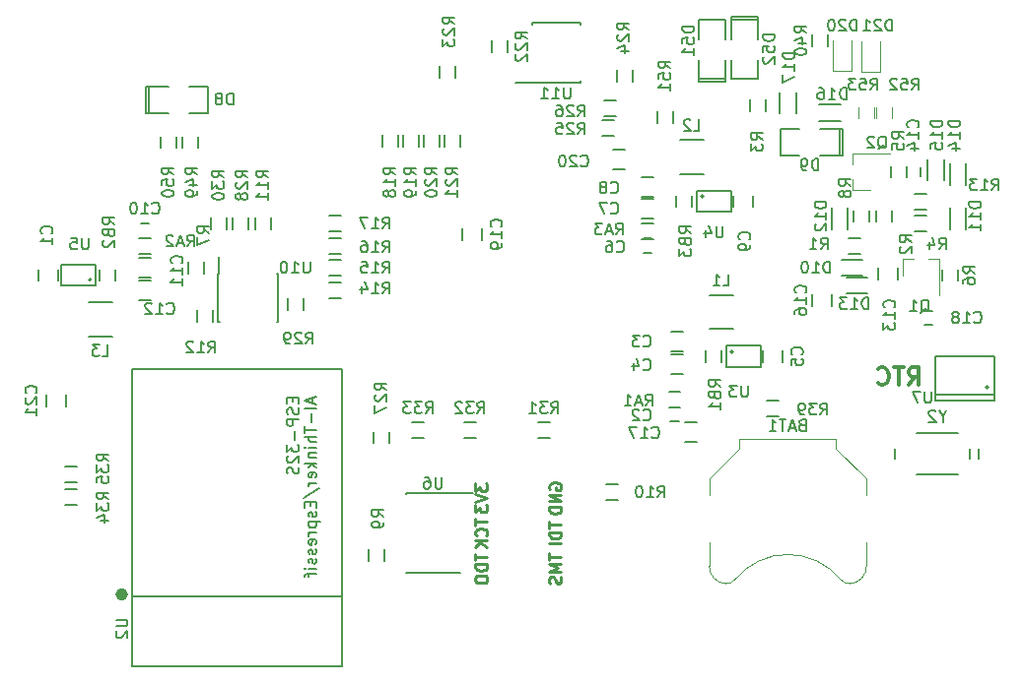
<source format=gbo>
G04 #@! TF.FileFunction,Legend,Bot*
%FSLAX46Y46*%
G04 Gerber Fmt 4.6, Leading zero omitted, Abs format (unit mm)*
G04 Created by KiCad (PCBNEW 4.0.7+dfsg1-1) date Tue Oct  3 01:48:17 2017*
%MOMM*%
%LPD*%
G01*
G04 APERTURE LIST*
%ADD10C,0.100000*%
%ADD11C,0.250000*%
%ADD12C,0.300000*%
%ADD13C,0.150000*%
%ADD14C,0.120000*%
%ADD15C,0.500000*%
%ADD16C,0.200000*%
G04 APERTURE END LIST*
D10*
D11*
X137748381Y-105854286D02*
X137748381Y-106425715D01*
X138748381Y-106140000D02*
X137748381Y-106140000D01*
X138653143Y-107330477D02*
X138700762Y-107282858D01*
X138748381Y-107140001D01*
X138748381Y-107044763D01*
X138700762Y-106901905D01*
X138605524Y-106806667D01*
X138510286Y-106759048D01*
X138319810Y-106711429D01*
X138176952Y-106711429D01*
X137986476Y-106759048D01*
X137891238Y-106806667D01*
X137796000Y-106901905D01*
X137748381Y-107044763D01*
X137748381Y-107140001D01*
X137796000Y-107282858D01*
X137843619Y-107330477D01*
X138748381Y-107759048D02*
X137748381Y-107759048D01*
X138748381Y-108330477D02*
X138176952Y-107901905D01*
X137748381Y-108330477D02*
X138319810Y-107759048D01*
X137748381Y-102853905D02*
X137748381Y-103472953D01*
X138129333Y-103139619D01*
X138129333Y-103282477D01*
X138176952Y-103377715D01*
X138224571Y-103425334D01*
X138319810Y-103472953D01*
X138557905Y-103472953D01*
X138653143Y-103425334D01*
X138700762Y-103377715D01*
X138748381Y-103282477D01*
X138748381Y-102996762D01*
X138700762Y-102901524D01*
X138653143Y-102853905D01*
X137748381Y-103758667D02*
X138748381Y-104092000D01*
X137748381Y-104425334D01*
X137748381Y-104663429D02*
X137748381Y-105282477D01*
X138129333Y-104949143D01*
X138129333Y-105092001D01*
X138176952Y-105187239D01*
X138224571Y-105234858D01*
X138319810Y-105282477D01*
X138557905Y-105282477D01*
X138653143Y-105234858D01*
X138700762Y-105187239D01*
X138748381Y-105092001D01*
X138748381Y-104806286D01*
X138700762Y-104711048D01*
X138653143Y-104663429D01*
X137748381Y-108878476D02*
X137748381Y-109449905D01*
X138748381Y-109164190D02*
X137748381Y-109164190D01*
X138748381Y-109783238D02*
X137748381Y-109783238D01*
X137748381Y-110021333D01*
X137796000Y-110164191D01*
X137891238Y-110259429D01*
X137986476Y-110307048D01*
X138176952Y-110354667D01*
X138319810Y-110354667D01*
X138510286Y-110307048D01*
X138605524Y-110259429D01*
X138700762Y-110164191D01*
X138748381Y-110021333D01*
X138748381Y-109783238D01*
X137748381Y-110973714D02*
X137748381Y-111164191D01*
X137796000Y-111259429D01*
X137891238Y-111354667D01*
X138081714Y-111402286D01*
X138415048Y-111402286D01*
X138605524Y-111354667D01*
X138700762Y-111259429D01*
X138748381Y-111164191D01*
X138748381Y-110973714D01*
X138700762Y-110878476D01*
X138605524Y-110783238D01*
X138415048Y-110735619D01*
X138081714Y-110735619D01*
X137891238Y-110783238D01*
X137796000Y-110878476D01*
X137748381Y-110973714D01*
X144146000Y-103330096D02*
X144098381Y-103234858D01*
X144098381Y-103092001D01*
X144146000Y-102949143D01*
X144241238Y-102853905D01*
X144336476Y-102806286D01*
X144526952Y-102758667D01*
X144669810Y-102758667D01*
X144860286Y-102806286D01*
X144955524Y-102853905D01*
X145050762Y-102949143D01*
X145098381Y-103092001D01*
X145098381Y-103187239D01*
X145050762Y-103330096D01*
X145003143Y-103377715D01*
X144669810Y-103377715D01*
X144669810Y-103187239D01*
X145098381Y-103806286D02*
X144098381Y-103806286D01*
X145098381Y-104377715D01*
X144098381Y-104377715D01*
X145098381Y-104853905D02*
X144098381Y-104853905D01*
X144098381Y-105092000D01*
X144146000Y-105234858D01*
X144241238Y-105330096D01*
X144336476Y-105377715D01*
X144526952Y-105425334D01*
X144669810Y-105425334D01*
X144860286Y-105377715D01*
X144955524Y-105330096D01*
X145050762Y-105234858D01*
X145098381Y-105092000D01*
X145098381Y-104853905D01*
X144098381Y-106116191D02*
X144098381Y-106687620D01*
X145098381Y-106401905D02*
X144098381Y-106401905D01*
X145098381Y-107020953D02*
X144098381Y-107020953D01*
X144098381Y-107259048D01*
X144146000Y-107401906D01*
X144241238Y-107497144D01*
X144336476Y-107544763D01*
X144526952Y-107592382D01*
X144669810Y-107592382D01*
X144860286Y-107544763D01*
X144955524Y-107497144D01*
X145050762Y-107401906D01*
X145098381Y-107259048D01*
X145098381Y-107020953D01*
X145098381Y-108020953D02*
X144098381Y-108020953D01*
X144098381Y-108854667D02*
X144098381Y-109426096D01*
X145098381Y-109140381D02*
X144098381Y-109140381D01*
X145098381Y-109759429D02*
X144098381Y-109759429D01*
X144812667Y-110092763D01*
X144098381Y-110426096D01*
X145098381Y-110426096D01*
X145050762Y-110854667D02*
X145098381Y-110997524D01*
X145098381Y-111235620D01*
X145050762Y-111330858D01*
X145003143Y-111378477D01*
X144907905Y-111426096D01*
X144812667Y-111426096D01*
X144717429Y-111378477D01*
X144669810Y-111330858D01*
X144622190Y-111235620D01*
X144574571Y-111045143D01*
X144526952Y-110949905D01*
X144479333Y-110902286D01*
X144384095Y-110854667D01*
X144288857Y-110854667D01*
X144193619Y-110902286D01*
X144146000Y-110949905D01*
X144098381Y-111045143D01*
X144098381Y-111283239D01*
X144146000Y-111426096D01*
D12*
X174967142Y-94356571D02*
X175467142Y-93642286D01*
X175824285Y-94356571D02*
X175824285Y-92856571D01*
X175252857Y-92856571D01*
X175109999Y-92928000D01*
X175038571Y-92999429D01*
X174967142Y-93142286D01*
X174967142Y-93356571D01*
X175038571Y-93499429D01*
X175109999Y-93570857D01*
X175252857Y-93642286D01*
X175824285Y-93642286D01*
X174538571Y-92856571D02*
X173681428Y-92856571D01*
X174109999Y-94356571D02*
X174109999Y-92856571D01*
X172324285Y-94213714D02*
X172395714Y-94285143D01*
X172610000Y-94356571D01*
X172752857Y-94356571D01*
X172967142Y-94285143D01*
X173110000Y-94142286D01*
X173181428Y-93999429D01*
X173252857Y-93713714D01*
X173252857Y-93499429D01*
X173181428Y-93213714D01*
X173110000Y-93070857D01*
X172967142Y-92928000D01*
X172752857Y-92856571D01*
X172610000Y-92856571D01*
X172395714Y-92928000D01*
X172324285Y-92999429D01*
D13*
X153369000Y-70826000D02*
X153369000Y-71826000D01*
X154719000Y-71826000D02*
X154719000Y-70826000D01*
X159759000Y-62944000D02*
X159759000Y-62690000D01*
X159759000Y-62690000D02*
X162045000Y-62690000D01*
X162045000Y-62690000D02*
X162045000Y-62944000D01*
X159759000Y-62944000D02*
X162045000Y-62944000D01*
X162045000Y-62944000D02*
X162045000Y-64595000D01*
X159759000Y-66373000D02*
X159759000Y-68024000D01*
X159759000Y-68024000D02*
X162045000Y-68024000D01*
X162045000Y-68024000D02*
X162045000Y-66373000D01*
X159759000Y-64595000D02*
X159759000Y-62944000D01*
X159251000Y-68024000D02*
X159251000Y-68278000D01*
X159251000Y-68278000D02*
X156965000Y-68278000D01*
X156965000Y-68278000D02*
X156965000Y-68024000D01*
X159251000Y-68024000D02*
X156965000Y-68024000D01*
X156965000Y-68024000D02*
X156965000Y-66373000D01*
X159251000Y-64595000D02*
X159251000Y-62944000D01*
X159251000Y-62944000D02*
X156965000Y-62944000D01*
X156965000Y-62944000D02*
X156965000Y-64595000D01*
X159251000Y-66373000D02*
X159251000Y-68024000D01*
X157870000Y-89565000D02*
X159870000Y-89565000D01*
X159870000Y-86615000D02*
X157870000Y-86615000D01*
X159886803Y-91500000D02*
G75*
G03X159886803Y-91500000I-111803J0D01*
G01*
X159275000Y-92800000D02*
X162275000Y-92800000D01*
X162275000Y-92800000D02*
X162275000Y-91000000D01*
X162275000Y-91000000D02*
X159275000Y-91000000D01*
X159275000Y-91000000D02*
X159275000Y-92800000D01*
X155330000Y-76230000D02*
X157330000Y-76230000D01*
X157330000Y-73280000D02*
X155330000Y-73280000D01*
X157346803Y-78135000D02*
G75*
G03X157346803Y-78135000I-111803J0D01*
G01*
X156735000Y-79435000D02*
X159735000Y-79435000D01*
X159735000Y-79435000D02*
X159735000Y-77635000D01*
X159735000Y-77635000D02*
X156735000Y-77635000D01*
X156735000Y-77635000D02*
X156735000Y-79435000D01*
X106530000Y-87250000D02*
X104530000Y-87250000D01*
X104530000Y-90200000D02*
X106530000Y-90200000D01*
X104736803Y-85315000D02*
G75*
G03X104736803Y-85315000I-111803J0D01*
G01*
X105125000Y-84015000D02*
X102125000Y-84015000D01*
X102125000Y-84015000D02*
X102125000Y-85815000D01*
X102125000Y-85815000D02*
X105125000Y-85815000D01*
X105125000Y-85815000D02*
X105125000Y-84015000D01*
X100235000Y-85415000D02*
X100235000Y-84415000D01*
X101935000Y-84415000D02*
X101935000Y-85415000D01*
X155560000Y-91480000D02*
X154560000Y-91480000D01*
X154560000Y-89780000D02*
X155560000Y-89780000D01*
X155560000Y-93385000D02*
X154560000Y-93385000D01*
X154560000Y-91685000D02*
X155560000Y-91685000D01*
X164165000Y-91400000D02*
X164165000Y-92400000D01*
X162465000Y-92400000D02*
X162465000Y-91400000D01*
X153020000Y-80050000D02*
X152020000Y-80050000D01*
X152020000Y-78350000D02*
X153020000Y-78350000D01*
X153020000Y-78145000D02*
X152020000Y-78145000D01*
X152020000Y-76445000D02*
X153020000Y-76445000D01*
X161625000Y-78065000D02*
X161625000Y-79065000D01*
X159925000Y-79065000D02*
X159925000Y-78065000D01*
X108840000Y-83430000D02*
X109840000Y-83430000D01*
X109840000Y-85130000D02*
X108840000Y-85130000D01*
X108840000Y-85335000D02*
X109840000Y-85335000D01*
X109840000Y-87035000D02*
X108840000Y-87035000D01*
X109721000Y-70945000D02*
X109467000Y-70945000D01*
X109467000Y-70945000D02*
X109467000Y-68659000D01*
X109467000Y-68659000D02*
X109721000Y-68659000D01*
X109721000Y-70945000D02*
X109721000Y-68659000D01*
X109721000Y-68659000D02*
X111372000Y-68659000D01*
X113150000Y-70945000D02*
X114801000Y-70945000D01*
X114801000Y-70945000D02*
X114801000Y-68659000D01*
X114801000Y-68659000D02*
X113150000Y-68659000D01*
X111372000Y-70945000D02*
X109721000Y-70945000D01*
X169030000Y-72342000D02*
X169284000Y-72342000D01*
X169284000Y-72342000D02*
X169284000Y-74628000D01*
X169284000Y-74628000D02*
X169030000Y-74628000D01*
X169030000Y-72342000D02*
X169030000Y-74628000D01*
X169030000Y-74628000D02*
X167379000Y-74628000D01*
X165601000Y-72342000D02*
X163950000Y-72342000D01*
X163950000Y-72342000D02*
X163950000Y-74628000D01*
X163950000Y-74628000D02*
X165601000Y-74628000D01*
X167379000Y-72342000D02*
X169030000Y-72342000D01*
X181857000Y-94567000D02*
G75*
G03X181857000Y-94567000I-127000J0D01*
G01*
X182365000Y-95202000D02*
X177285000Y-95202000D01*
X182365000Y-91900000D02*
X177285000Y-91900000D01*
X182365000Y-95710000D02*
X177285000Y-95710000D01*
X182365000Y-95710000D02*
X182365000Y-91900000D01*
X177285000Y-95710000D02*
X177285000Y-91900000D01*
X174071000Y-84288000D02*
X174071000Y-85288000D01*
X172371000Y-85288000D02*
X172371000Y-84288000D01*
X169200000Y-83580000D02*
X171000000Y-83580000D01*
X169200000Y-84980000D02*
X171000000Y-84980000D01*
X178490000Y-80935000D02*
X178490000Y-79135000D01*
X179890000Y-80935000D02*
X179890000Y-79135000D01*
X177985000Y-74925000D02*
X177985000Y-76725000D01*
X176585000Y-74925000D02*
X176585000Y-76725000D01*
X168330000Y-80935000D02*
X168330000Y-79135000D01*
X169730000Y-80935000D02*
X169730000Y-79135000D01*
D14*
X174435000Y-83520000D02*
X175365000Y-83520000D01*
X177595000Y-83520000D02*
X176665000Y-83520000D01*
X177595000Y-83520000D02*
X177595000Y-86680000D01*
X174435000Y-83520000D02*
X174435000Y-84980000D01*
X170175000Y-77605000D02*
X170175000Y-76675000D01*
X170175000Y-74445000D02*
X170175000Y-75375000D01*
X170175000Y-74445000D02*
X173335000Y-74445000D01*
X170175000Y-77605000D02*
X171635000Y-77605000D01*
D13*
X154510000Y-97510000D02*
X155210000Y-97510000D01*
X155210000Y-96310000D02*
X154510000Y-96310000D01*
X152170000Y-82975000D02*
X152870000Y-82975000D01*
X152870000Y-81775000D02*
X152170000Y-81775000D01*
X109690000Y-80505000D02*
X108990000Y-80505000D01*
X108990000Y-81705000D02*
X109690000Y-81705000D01*
X174780000Y-75675000D02*
X174780000Y-76375000D01*
X175980000Y-76375000D02*
X175980000Y-75675000D01*
X170800000Y-81700000D02*
X169800000Y-81700000D01*
X169800000Y-83050000D02*
X170800000Y-83050000D01*
X172165000Y-79335000D02*
X172165000Y-80335000D01*
X173515000Y-80335000D02*
X173515000Y-79335000D01*
X175515000Y-81145000D02*
X176515000Y-81145000D01*
X176515000Y-79795000D02*
X175515000Y-79795000D01*
X174785000Y-76525000D02*
X174785000Y-75525000D01*
X173435000Y-75525000D02*
X173435000Y-76525000D01*
X179230000Y-85415000D02*
X179230000Y-84415000D01*
X177880000Y-84415000D02*
X177880000Y-85415000D01*
X114460000Y-84780000D02*
X114460000Y-83780000D01*
X113110000Y-83780000D02*
X113110000Y-84780000D01*
X170260000Y-79335000D02*
X170260000Y-80335000D01*
X171610000Y-80335000D02*
X171610000Y-79335000D01*
X129955000Y-109500000D02*
X129955000Y-108500000D01*
X128605000Y-108500000D02*
X128605000Y-109500000D01*
X148972000Y-104259000D02*
X149972000Y-104259000D01*
X149972000Y-102909000D02*
X148972000Y-102909000D01*
X175515000Y-79240000D02*
X176515000Y-79240000D01*
X176515000Y-77890000D02*
X175515000Y-77890000D01*
X155360000Y-94965000D02*
X154360000Y-94965000D01*
X154360000Y-96315000D02*
X155360000Y-96315000D01*
X108840000Y-83050000D02*
X109840000Y-83050000D01*
X109840000Y-81700000D02*
X108840000Y-81700000D01*
X153020000Y-80430000D02*
X152020000Y-80430000D01*
X152020000Y-81780000D02*
X153020000Y-81780000D01*
X158910000Y-92400000D02*
X158910000Y-91400000D01*
X157560000Y-91400000D02*
X157560000Y-92400000D01*
X105490000Y-84415000D02*
X105490000Y-85415000D01*
X106840000Y-85415000D02*
X106840000Y-84415000D01*
X156370000Y-79065000D02*
X156370000Y-78065000D01*
X155020000Y-78065000D02*
X155020000Y-79065000D01*
X125182000Y-86860000D02*
X126182000Y-86860000D01*
X126182000Y-85510000D02*
X125182000Y-85510000D01*
X125182000Y-84954000D02*
X126182000Y-84954000D01*
X126182000Y-83604000D02*
X125182000Y-83604000D01*
X125182000Y-83050000D02*
X126182000Y-83050000D01*
X126182000Y-81700000D02*
X125182000Y-81700000D01*
X125182000Y-81145000D02*
X126182000Y-81145000D01*
X126182000Y-79795000D02*
X125182000Y-79795000D01*
X129747000Y-72858000D02*
X129747000Y-73858000D01*
X131097000Y-73858000D02*
X131097000Y-72858000D01*
X131525000Y-72858000D02*
X131525000Y-73858000D01*
X132875000Y-73858000D02*
X132875000Y-72858000D01*
X133303000Y-72858000D02*
X133303000Y-73858000D01*
X134653000Y-73858000D02*
X134653000Y-72858000D01*
X135081000Y-72858000D02*
X135081000Y-73858000D01*
X136431000Y-73858000D02*
X136431000Y-72858000D01*
X115655000Y-84745000D02*
X115705000Y-84745000D01*
X115655000Y-88895000D02*
X115800000Y-88895000D01*
X120805000Y-88895000D02*
X120660000Y-88895000D01*
X120805000Y-84745000D02*
X120660000Y-84745000D01*
X115655000Y-84745000D02*
X115655000Y-88895000D01*
X120805000Y-84745000D02*
X120805000Y-88895000D01*
X115705000Y-84745000D02*
X115705000Y-83345000D01*
X176300000Y-89198000D02*
X177000000Y-89198000D01*
X177000000Y-87998000D02*
X176300000Y-87998000D01*
X142605000Y-68375000D02*
X142605000Y-68325000D01*
X146755000Y-68375000D02*
X146755000Y-68230000D01*
X146755000Y-63225000D02*
X146755000Y-63370000D01*
X142605000Y-63225000D02*
X142605000Y-63370000D01*
X142605000Y-68375000D02*
X146755000Y-68375000D01*
X142605000Y-63225000D02*
X146755000Y-63225000D01*
X142605000Y-68325000D02*
X141205000Y-68325000D01*
X171400000Y-86504000D02*
X169600000Y-86504000D01*
X171400000Y-85104000D02*
X169600000Y-85104000D01*
X178490000Y-77125000D02*
X178490000Y-75325000D01*
X179890000Y-77125000D02*
X179890000Y-75325000D01*
D15*
X107638415Y-112384338D02*
G75*
G03X107638415Y-112384338I-283981J0D01*
G01*
D13*
X126260434Y-112530338D02*
X108260434Y-112530338D01*
X108260434Y-118530338D02*
X108260434Y-93030338D01*
X126260434Y-118530338D02*
X126260434Y-93030338D01*
X126260434Y-93030338D02*
X108260434Y-93030338D01*
X126260434Y-118530338D02*
X108260434Y-118530338D01*
X167295000Y-70245000D02*
X169095000Y-70245000D01*
X167295000Y-71645000D02*
X169095000Y-71645000D01*
X165285000Y-69210000D02*
X165285000Y-71010000D01*
X163885000Y-69210000D02*
X163885000Y-71010000D01*
X161370000Y-69810000D02*
X161370000Y-70810000D01*
X162720000Y-70810000D02*
X162720000Y-69810000D01*
X139145000Y-64730000D02*
X139145000Y-65730000D01*
X140495000Y-65730000D02*
X140495000Y-64730000D01*
X134700000Y-66932000D02*
X134700000Y-67932000D01*
X136050000Y-67932000D02*
X136050000Y-66932000D01*
X149940000Y-67270000D02*
X149940000Y-68270000D01*
X151290000Y-68270000D02*
X151290000Y-67270000D01*
X148675000Y-72890000D02*
X149675000Y-72890000D01*
X149675000Y-71540000D02*
X148675000Y-71540000D01*
X148780000Y-71275000D02*
X149780000Y-71275000D01*
X149780000Y-69925000D02*
X148780000Y-69925000D01*
X131780000Y-103690000D02*
X131780000Y-103790000D01*
X131780000Y-110515000D02*
X131780000Y-110490000D01*
X136430000Y-110515000D02*
X136430000Y-110490000D01*
X137505000Y-103690000D02*
X131780000Y-103690000D01*
X136430000Y-110515000D02*
X131780000Y-110515000D01*
X120175000Y-80970000D02*
X120175000Y-79970000D01*
X118825000Y-79970000D02*
X118825000Y-80970000D01*
X113805000Y-87900000D02*
X113805000Y-88900000D01*
X115155000Y-88900000D02*
X115155000Y-87900000D01*
X128985000Y-98385000D02*
X128985000Y-99385000D01*
X130335000Y-99385000D02*
X130335000Y-98385000D01*
X118270000Y-80970000D02*
X118270000Y-79970000D01*
X116920000Y-79970000D02*
X116920000Y-80970000D01*
X122955000Y-87900000D02*
X122955000Y-86900000D01*
X121605000Y-86900000D02*
X121605000Y-87900000D01*
X116365000Y-80970000D02*
X116365000Y-79970000D01*
X115015000Y-79970000D02*
X115015000Y-80970000D01*
X143130000Y-98925000D02*
X144130000Y-98925000D01*
X144130000Y-97575000D02*
X143130000Y-97575000D01*
X136780000Y-98925000D02*
X137780000Y-98925000D01*
X137780000Y-97575000D02*
X136780000Y-97575000D01*
X132335000Y-98925000D02*
X133335000Y-98925000D01*
X133335000Y-97575000D02*
X132335000Y-97575000D01*
X103490000Y-103290000D02*
X102490000Y-103290000D01*
X102490000Y-104640000D02*
X103490000Y-104640000D01*
X103490000Y-101385000D02*
X102490000Y-101385000D01*
X102490000Y-102735000D02*
X103490000Y-102735000D01*
X168356000Y-86574000D02*
X168356000Y-87574000D01*
X166656000Y-87574000D02*
X166656000Y-86574000D01*
X162815000Y-97020000D02*
X163815000Y-97020000D01*
X163815000Y-95670000D02*
X162815000Y-95670000D01*
X166704000Y-64222000D02*
X166704000Y-65222000D01*
X168054000Y-65222000D02*
X168054000Y-64222000D01*
X156780000Y-99250000D02*
X155780000Y-99250000D01*
X155780000Y-97550000D02*
X156780000Y-97550000D01*
X138330000Y-80900000D02*
X138330000Y-81900000D01*
X136630000Y-81900000D02*
X136630000Y-80900000D01*
X149580000Y-74150000D02*
X150580000Y-74150000D01*
X150580000Y-75850000D02*
X149580000Y-75850000D01*
X100870000Y-96210000D02*
X100870000Y-95210000D01*
X102570000Y-95210000D02*
X102570000Y-96210000D01*
X112602000Y-72985000D02*
X112602000Y-73985000D01*
X113952000Y-73985000D02*
X113952000Y-72985000D01*
X110697000Y-72985000D02*
X110697000Y-73985000D01*
X112047000Y-73985000D02*
X112047000Y-72985000D01*
D14*
X170084000Y-67338000D02*
X168484000Y-67338000D01*
X168484000Y-67338000D02*
X168484000Y-64738000D01*
X170084000Y-67338000D02*
X170084000Y-64738000D01*
X172497000Y-67431000D02*
X170897000Y-67431000D01*
X170897000Y-67431000D02*
X170897000Y-64831000D01*
X172497000Y-67431000D02*
X172497000Y-64831000D01*
X172160000Y-70445000D02*
X172160000Y-71445000D01*
X173520000Y-71445000D02*
X173520000Y-70445000D01*
X170636000Y-70445000D02*
X170636000Y-71445000D01*
X171996000Y-71445000D02*
X171996000Y-70445000D01*
X159170385Y-111454160D02*
G75*
G03X160085000Y-111070000I124615J984160D01*
G01*
X169999615Y-111454160D02*
G75*
G02X169085000Y-111070000I-124615J984160D01*
G01*
X160094339Y-111058671D02*
G75*
G02X169085000Y-111070000I4490661J-3711329D01*
G01*
X157835000Y-109920000D02*
G75*
G03X159285000Y-111470000I1500000J-50000D01*
G01*
X171335000Y-109920000D02*
G75*
G02X169885000Y-111470000I-1500000J-50000D01*
G01*
X157835000Y-107870000D02*
X157835000Y-109970000D01*
X171335000Y-107870000D02*
X171335000Y-109970000D01*
X171335000Y-103870000D02*
X171335000Y-102420000D01*
X171335000Y-102420000D02*
X168735000Y-99820000D01*
X168735000Y-99820000D02*
X168735000Y-99020000D01*
X168735000Y-99020000D02*
X160435000Y-99020000D01*
X160435000Y-99020000D02*
X160435000Y-99820000D01*
X160435000Y-99820000D02*
X157835000Y-102420000D01*
X157835000Y-102420000D02*
X157835000Y-103870000D01*
D13*
X173812000Y-99882000D02*
X173812000Y-100682000D01*
X179212000Y-98482000D02*
X175612000Y-98482000D01*
X179212000Y-102082000D02*
X175612000Y-102082000D01*
X180212000Y-99882000D02*
X180212000Y-100682000D01*
X181012000Y-99882000D02*
X181012000Y-100682000D01*
X154496381Y-67127143D02*
X154020190Y-66793809D01*
X154496381Y-66555714D02*
X153496381Y-66555714D01*
X153496381Y-66936667D01*
X153544000Y-67031905D01*
X153591619Y-67079524D01*
X153686857Y-67127143D01*
X153829714Y-67127143D01*
X153924952Y-67079524D01*
X153972571Y-67031905D01*
X154020190Y-66936667D01*
X154020190Y-66555714D01*
X153496381Y-68031905D02*
X153496381Y-67555714D01*
X153972571Y-67508095D01*
X153924952Y-67555714D01*
X153877333Y-67650952D01*
X153877333Y-67889048D01*
X153924952Y-67984286D01*
X153972571Y-68031905D01*
X154067810Y-68079524D01*
X154305905Y-68079524D01*
X154401143Y-68031905D01*
X154448762Y-67984286D01*
X154496381Y-67889048D01*
X154496381Y-67650952D01*
X154448762Y-67555714D01*
X154401143Y-67508095D01*
X154496381Y-69031905D02*
X154496381Y-68460476D01*
X154496381Y-68746190D02*
X153496381Y-68746190D01*
X153639238Y-68650952D01*
X153734476Y-68555714D01*
X153782095Y-68460476D01*
X163432381Y-64235714D02*
X162432381Y-64235714D01*
X162432381Y-64473809D01*
X162480000Y-64616667D01*
X162575238Y-64711905D01*
X162670476Y-64759524D01*
X162860952Y-64807143D01*
X163003810Y-64807143D01*
X163194286Y-64759524D01*
X163289524Y-64711905D01*
X163384762Y-64616667D01*
X163432381Y-64473809D01*
X163432381Y-64235714D01*
X162432381Y-65711905D02*
X162432381Y-65235714D01*
X162908571Y-65188095D01*
X162860952Y-65235714D01*
X162813333Y-65330952D01*
X162813333Y-65569048D01*
X162860952Y-65664286D01*
X162908571Y-65711905D01*
X163003810Y-65759524D01*
X163241905Y-65759524D01*
X163337143Y-65711905D01*
X163384762Y-65664286D01*
X163432381Y-65569048D01*
X163432381Y-65330952D01*
X163384762Y-65235714D01*
X163337143Y-65188095D01*
X162527619Y-66140476D02*
X162480000Y-66188095D01*
X162432381Y-66283333D01*
X162432381Y-66521429D01*
X162480000Y-66616667D01*
X162527619Y-66664286D01*
X162622857Y-66711905D01*
X162718095Y-66711905D01*
X162860952Y-66664286D01*
X163432381Y-66092857D01*
X163432381Y-66711905D01*
X156528381Y-63507714D02*
X155528381Y-63507714D01*
X155528381Y-63745809D01*
X155576000Y-63888667D01*
X155671238Y-63983905D01*
X155766476Y-64031524D01*
X155956952Y-64079143D01*
X156099810Y-64079143D01*
X156290286Y-64031524D01*
X156385524Y-63983905D01*
X156480762Y-63888667D01*
X156528381Y-63745809D01*
X156528381Y-63507714D01*
X155528381Y-64983905D02*
X155528381Y-64507714D01*
X156004571Y-64460095D01*
X155956952Y-64507714D01*
X155909333Y-64602952D01*
X155909333Y-64841048D01*
X155956952Y-64936286D01*
X156004571Y-64983905D01*
X156099810Y-65031524D01*
X156337905Y-65031524D01*
X156433143Y-64983905D01*
X156480762Y-64936286D01*
X156528381Y-64841048D01*
X156528381Y-64602952D01*
X156480762Y-64507714D01*
X156433143Y-64460095D01*
X156528381Y-65983905D02*
X156528381Y-65412476D01*
X156528381Y-65698190D02*
X155528381Y-65698190D01*
X155671238Y-65602952D01*
X155766476Y-65507714D01*
X155814095Y-65412476D01*
X159036666Y-85842381D02*
X159512857Y-85842381D01*
X159512857Y-84842381D01*
X158179523Y-85842381D02*
X158750952Y-85842381D01*
X158465238Y-85842381D02*
X158465238Y-84842381D01*
X158560476Y-84985238D01*
X158655714Y-85080476D01*
X158750952Y-85128095D01*
D16*
X161155905Y-94400381D02*
X161155905Y-95209905D01*
X161108286Y-95305143D01*
X161060667Y-95352762D01*
X160965429Y-95400381D01*
X160774952Y-95400381D01*
X160679714Y-95352762D01*
X160632095Y-95305143D01*
X160584476Y-95209905D01*
X160584476Y-94400381D01*
X160203524Y-94400381D02*
X159584476Y-94400381D01*
X159917810Y-94781333D01*
X159774952Y-94781333D01*
X159679714Y-94828952D01*
X159632095Y-94876571D01*
X159584476Y-94971810D01*
X159584476Y-95209905D01*
X159632095Y-95305143D01*
X159679714Y-95352762D01*
X159774952Y-95400381D01*
X160060667Y-95400381D01*
X160155905Y-95352762D01*
X160203524Y-95305143D01*
D13*
X156496666Y-72507381D02*
X156972857Y-72507381D01*
X156972857Y-71507381D01*
X156210952Y-71602619D02*
X156163333Y-71555000D01*
X156068095Y-71507381D01*
X155829999Y-71507381D01*
X155734761Y-71555000D01*
X155687142Y-71602619D01*
X155639523Y-71697857D01*
X155639523Y-71793095D01*
X155687142Y-71935952D01*
X156258571Y-72507381D01*
X155639523Y-72507381D01*
D16*
X158996905Y-80684381D02*
X158996905Y-81493905D01*
X158949286Y-81589143D01*
X158901667Y-81636762D01*
X158806429Y-81684381D01*
X158615952Y-81684381D01*
X158520714Y-81636762D01*
X158473095Y-81589143D01*
X158425476Y-81493905D01*
X158425476Y-80684381D01*
X157520714Y-81017714D02*
X157520714Y-81684381D01*
X157758810Y-80636762D02*
X157996905Y-81351048D01*
X157377857Y-81351048D01*
D13*
X105696666Y-91877381D02*
X106172857Y-91877381D01*
X106172857Y-90877381D01*
X105458571Y-90877381D02*
X104839523Y-90877381D01*
X105172857Y-91258333D01*
X105029999Y-91258333D01*
X104934761Y-91305952D01*
X104887142Y-91353571D01*
X104839523Y-91448810D01*
X104839523Y-91686905D01*
X104887142Y-91782143D01*
X104934761Y-91829762D01*
X105029999Y-91877381D01*
X105315714Y-91877381D01*
X105410952Y-91829762D01*
X105458571Y-91782143D01*
D16*
X104513905Y-81700381D02*
X104513905Y-82509905D01*
X104466286Y-82605143D01*
X104418667Y-82652762D01*
X104323429Y-82700381D01*
X104132952Y-82700381D01*
X104037714Y-82652762D01*
X103990095Y-82605143D01*
X103942476Y-82509905D01*
X103942476Y-81700381D01*
X102990095Y-81700381D02*
X103466286Y-81700381D01*
X103513905Y-82176571D01*
X103466286Y-82128952D01*
X103371048Y-82081333D01*
X103132952Y-82081333D01*
X103037714Y-82128952D01*
X102990095Y-82176571D01*
X102942476Y-82271810D01*
X102942476Y-82509905D01*
X102990095Y-82605143D01*
X103037714Y-82652762D01*
X103132952Y-82700381D01*
X103371048Y-82700381D01*
X103466286Y-82652762D01*
X103513905Y-82605143D01*
D13*
X101315143Y-81319334D02*
X101362762Y-81271715D01*
X101410381Y-81128858D01*
X101410381Y-81033620D01*
X101362762Y-80890762D01*
X101267524Y-80795524D01*
X101172286Y-80747905D01*
X100981810Y-80700286D01*
X100838952Y-80700286D01*
X100648476Y-80747905D01*
X100553238Y-80795524D01*
X100458000Y-80890762D01*
X100410381Y-81033620D01*
X100410381Y-81128858D01*
X100458000Y-81271715D01*
X100505619Y-81319334D01*
X101410381Y-82271715D02*
X101410381Y-81700286D01*
X101410381Y-81986000D02*
X100410381Y-81986000D01*
X100553238Y-81890762D01*
X100648476Y-81795524D01*
X100696095Y-81700286D01*
X152178666Y-90987143D02*
X152226285Y-91034762D01*
X152369142Y-91082381D01*
X152464380Y-91082381D01*
X152607238Y-91034762D01*
X152702476Y-90939524D01*
X152750095Y-90844286D01*
X152797714Y-90653810D01*
X152797714Y-90510952D01*
X152750095Y-90320476D01*
X152702476Y-90225238D01*
X152607238Y-90130000D01*
X152464380Y-90082381D01*
X152369142Y-90082381D01*
X152226285Y-90130000D01*
X152178666Y-90177619D01*
X151845333Y-90082381D02*
X151226285Y-90082381D01*
X151559619Y-90463333D01*
X151416761Y-90463333D01*
X151321523Y-90510952D01*
X151273904Y-90558571D01*
X151226285Y-90653810D01*
X151226285Y-90891905D01*
X151273904Y-90987143D01*
X151321523Y-91034762D01*
X151416761Y-91082381D01*
X151702476Y-91082381D01*
X151797714Y-91034762D01*
X151845333Y-90987143D01*
X152178666Y-93019143D02*
X152226285Y-93066762D01*
X152369142Y-93114381D01*
X152464380Y-93114381D01*
X152607238Y-93066762D01*
X152702476Y-92971524D01*
X152750095Y-92876286D01*
X152797714Y-92685810D01*
X152797714Y-92542952D01*
X152750095Y-92352476D01*
X152702476Y-92257238D01*
X152607238Y-92162000D01*
X152464380Y-92114381D01*
X152369142Y-92114381D01*
X152226285Y-92162000D01*
X152178666Y-92209619D01*
X151321523Y-92447714D02*
X151321523Y-93114381D01*
X151559619Y-92066762D02*
X151797714Y-92781048D01*
X151178666Y-92781048D01*
X165772143Y-91733334D02*
X165819762Y-91685715D01*
X165867381Y-91542858D01*
X165867381Y-91447620D01*
X165819762Y-91304762D01*
X165724524Y-91209524D01*
X165629286Y-91161905D01*
X165438810Y-91114286D01*
X165295952Y-91114286D01*
X165105476Y-91161905D01*
X165010238Y-91209524D01*
X164915000Y-91304762D01*
X164867381Y-91447620D01*
X164867381Y-91542858D01*
X164915000Y-91685715D01*
X164962619Y-91733334D01*
X164867381Y-92638096D02*
X164867381Y-92161905D01*
X165343571Y-92114286D01*
X165295952Y-92161905D01*
X165248333Y-92257143D01*
X165248333Y-92495239D01*
X165295952Y-92590477D01*
X165343571Y-92638096D01*
X165438810Y-92685715D01*
X165676905Y-92685715D01*
X165772143Y-92638096D01*
X165819762Y-92590477D01*
X165867381Y-92495239D01*
X165867381Y-92257143D01*
X165819762Y-92161905D01*
X165772143Y-92114286D01*
X149384666Y-79557143D02*
X149432285Y-79604762D01*
X149575142Y-79652381D01*
X149670380Y-79652381D01*
X149813238Y-79604762D01*
X149908476Y-79509524D01*
X149956095Y-79414286D01*
X150003714Y-79223810D01*
X150003714Y-79080952D01*
X149956095Y-78890476D01*
X149908476Y-78795238D01*
X149813238Y-78700000D01*
X149670380Y-78652381D01*
X149575142Y-78652381D01*
X149432285Y-78700000D01*
X149384666Y-78747619D01*
X149051333Y-78652381D02*
X148384666Y-78652381D01*
X148813238Y-79652381D01*
X149384666Y-77779143D02*
X149432285Y-77826762D01*
X149575142Y-77874381D01*
X149670380Y-77874381D01*
X149813238Y-77826762D01*
X149908476Y-77731524D01*
X149956095Y-77636286D01*
X150003714Y-77445810D01*
X150003714Y-77302952D01*
X149956095Y-77112476D01*
X149908476Y-77017238D01*
X149813238Y-76922000D01*
X149670380Y-76874381D01*
X149575142Y-76874381D01*
X149432285Y-76922000D01*
X149384666Y-76969619D01*
X148813238Y-77302952D02*
X148908476Y-77255333D01*
X148956095Y-77207714D01*
X149003714Y-77112476D01*
X149003714Y-77064857D01*
X148956095Y-76969619D01*
X148908476Y-76922000D01*
X148813238Y-76874381D01*
X148622761Y-76874381D01*
X148527523Y-76922000D01*
X148479904Y-76969619D01*
X148432285Y-77064857D01*
X148432285Y-77112476D01*
X148479904Y-77207714D01*
X148527523Y-77255333D01*
X148622761Y-77302952D01*
X148813238Y-77302952D01*
X148908476Y-77350571D01*
X148956095Y-77398190D01*
X149003714Y-77493429D01*
X149003714Y-77683905D01*
X148956095Y-77779143D01*
X148908476Y-77826762D01*
X148813238Y-77874381D01*
X148622761Y-77874381D01*
X148527523Y-77826762D01*
X148479904Y-77779143D01*
X148432285Y-77683905D01*
X148432285Y-77493429D01*
X148479904Y-77398190D01*
X148527523Y-77350571D01*
X148622761Y-77302952D01*
X161259143Y-81827334D02*
X161306762Y-81779715D01*
X161354381Y-81636858D01*
X161354381Y-81541620D01*
X161306762Y-81398762D01*
X161211524Y-81303524D01*
X161116286Y-81255905D01*
X160925810Y-81208286D01*
X160782952Y-81208286D01*
X160592476Y-81255905D01*
X160497238Y-81303524D01*
X160402000Y-81398762D01*
X160354381Y-81541620D01*
X160354381Y-81636858D01*
X160402000Y-81779715D01*
X160449619Y-81827334D01*
X161354381Y-82303524D02*
X161354381Y-82494000D01*
X161306762Y-82589239D01*
X161259143Y-82636858D01*
X161116286Y-82732096D01*
X160925810Y-82779715D01*
X160544857Y-82779715D01*
X160449619Y-82732096D01*
X160402000Y-82684477D01*
X160354381Y-82589239D01*
X160354381Y-82398762D01*
X160402000Y-82303524D01*
X160449619Y-82255905D01*
X160544857Y-82208286D01*
X160782952Y-82208286D01*
X160878190Y-82255905D01*
X160925810Y-82303524D01*
X160973429Y-82398762D01*
X160973429Y-82589239D01*
X160925810Y-82684477D01*
X160878190Y-82732096D01*
X160782952Y-82779715D01*
X112491143Y-83891143D02*
X112538762Y-83843524D01*
X112586381Y-83700667D01*
X112586381Y-83605429D01*
X112538762Y-83462571D01*
X112443524Y-83367333D01*
X112348286Y-83319714D01*
X112157810Y-83272095D01*
X112014952Y-83272095D01*
X111824476Y-83319714D01*
X111729238Y-83367333D01*
X111634000Y-83462571D01*
X111586381Y-83605429D01*
X111586381Y-83700667D01*
X111634000Y-83843524D01*
X111681619Y-83891143D01*
X112586381Y-84843524D02*
X112586381Y-84272095D01*
X112586381Y-84557809D02*
X111586381Y-84557809D01*
X111729238Y-84462571D01*
X111824476Y-84367333D01*
X111872095Y-84272095D01*
X112586381Y-85795905D02*
X112586381Y-85224476D01*
X112586381Y-85510190D02*
X111586381Y-85510190D01*
X111729238Y-85414952D01*
X111824476Y-85319714D01*
X111872095Y-85224476D01*
X111252857Y-88193143D02*
X111300476Y-88240762D01*
X111443333Y-88288381D01*
X111538571Y-88288381D01*
X111681429Y-88240762D01*
X111776667Y-88145524D01*
X111824286Y-88050286D01*
X111871905Y-87859810D01*
X111871905Y-87716952D01*
X111824286Y-87526476D01*
X111776667Y-87431238D01*
X111681429Y-87336000D01*
X111538571Y-87288381D01*
X111443333Y-87288381D01*
X111300476Y-87336000D01*
X111252857Y-87383619D01*
X110300476Y-88288381D02*
X110871905Y-88288381D01*
X110586191Y-88288381D02*
X110586191Y-87288381D01*
X110681429Y-87431238D01*
X110776667Y-87526476D01*
X110871905Y-87574095D01*
X109919524Y-87383619D02*
X109871905Y-87336000D01*
X109776667Y-87288381D01*
X109538571Y-87288381D01*
X109443333Y-87336000D01*
X109395714Y-87383619D01*
X109348095Y-87478857D01*
X109348095Y-87574095D01*
X109395714Y-87716952D01*
X109967143Y-88288381D01*
X109348095Y-88288381D01*
X116936095Y-70254381D02*
X116936095Y-69254381D01*
X116698000Y-69254381D01*
X116555142Y-69302000D01*
X116459904Y-69397238D01*
X116412285Y-69492476D01*
X116364666Y-69682952D01*
X116364666Y-69825810D01*
X116412285Y-70016286D01*
X116459904Y-70111524D01*
X116555142Y-70206762D01*
X116698000Y-70254381D01*
X116936095Y-70254381D01*
X115793238Y-69682952D02*
X115888476Y-69635333D01*
X115936095Y-69587714D01*
X115983714Y-69492476D01*
X115983714Y-69444857D01*
X115936095Y-69349619D01*
X115888476Y-69302000D01*
X115793238Y-69254381D01*
X115602761Y-69254381D01*
X115507523Y-69302000D01*
X115459904Y-69349619D01*
X115412285Y-69444857D01*
X115412285Y-69492476D01*
X115459904Y-69587714D01*
X115507523Y-69635333D01*
X115602761Y-69682952D01*
X115793238Y-69682952D01*
X115888476Y-69730571D01*
X115936095Y-69778190D01*
X115983714Y-69873429D01*
X115983714Y-70063905D01*
X115936095Y-70159143D01*
X115888476Y-70206762D01*
X115793238Y-70254381D01*
X115602761Y-70254381D01*
X115507523Y-70206762D01*
X115459904Y-70159143D01*
X115412285Y-70063905D01*
X115412285Y-69873429D01*
X115459904Y-69778190D01*
X115507523Y-69730571D01*
X115602761Y-69682952D01*
X167218095Y-75902381D02*
X167218095Y-74902381D01*
X166980000Y-74902381D01*
X166837142Y-74950000D01*
X166741904Y-75045238D01*
X166694285Y-75140476D01*
X166646666Y-75330952D01*
X166646666Y-75473810D01*
X166694285Y-75664286D01*
X166741904Y-75759524D01*
X166837142Y-75854762D01*
X166980000Y-75902381D01*
X167218095Y-75902381D01*
X166170476Y-75902381D02*
X165980000Y-75902381D01*
X165884761Y-75854762D01*
X165837142Y-75807143D01*
X165741904Y-75664286D01*
X165694285Y-75473810D01*
X165694285Y-75092857D01*
X165741904Y-74997619D01*
X165789523Y-74950000D01*
X165884761Y-74902381D01*
X166075238Y-74902381D01*
X166170476Y-74950000D01*
X166218095Y-74997619D01*
X166265714Y-75092857D01*
X166265714Y-75330952D01*
X166218095Y-75426190D01*
X166170476Y-75473810D01*
X166075238Y-75521429D01*
X165884761Y-75521429D01*
X165789523Y-75473810D01*
X165741904Y-75426190D01*
X165694285Y-75330952D01*
X176903905Y-94908381D02*
X176903905Y-95717905D01*
X176856286Y-95813143D01*
X176808667Y-95860762D01*
X176713429Y-95908381D01*
X176522952Y-95908381D01*
X176427714Y-95860762D01*
X176380095Y-95813143D01*
X176332476Y-95717905D01*
X176332476Y-94908381D01*
X175951524Y-94908381D02*
X175284857Y-94908381D01*
X175713429Y-95908381D01*
X173705143Y-87701143D02*
X173752762Y-87653524D01*
X173800381Y-87510667D01*
X173800381Y-87415429D01*
X173752762Y-87272571D01*
X173657524Y-87177333D01*
X173562286Y-87129714D01*
X173371810Y-87082095D01*
X173228952Y-87082095D01*
X173038476Y-87129714D01*
X172943238Y-87177333D01*
X172848000Y-87272571D01*
X172800381Y-87415429D01*
X172800381Y-87510667D01*
X172848000Y-87653524D01*
X172895619Y-87701143D01*
X173800381Y-88653524D02*
X173800381Y-88082095D01*
X173800381Y-88367809D02*
X172800381Y-88367809D01*
X172943238Y-88272571D01*
X173038476Y-88177333D01*
X173086095Y-88082095D01*
X172800381Y-88986857D02*
X172800381Y-89605905D01*
X173181333Y-89272571D01*
X173181333Y-89415429D01*
X173228952Y-89510667D01*
X173276571Y-89558286D01*
X173371810Y-89605905D01*
X173609905Y-89605905D01*
X173705143Y-89558286D01*
X173752762Y-89510667D01*
X173800381Y-89415429D01*
X173800381Y-89129714D01*
X173752762Y-89034476D01*
X173705143Y-88986857D01*
X168212286Y-84732381D02*
X168212286Y-83732381D01*
X167974191Y-83732381D01*
X167831333Y-83780000D01*
X167736095Y-83875238D01*
X167688476Y-83970476D01*
X167640857Y-84160952D01*
X167640857Y-84303810D01*
X167688476Y-84494286D01*
X167736095Y-84589524D01*
X167831333Y-84684762D01*
X167974191Y-84732381D01*
X168212286Y-84732381D01*
X166688476Y-84732381D02*
X167259905Y-84732381D01*
X166974191Y-84732381D02*
X166974191Y-83732381D01*
X167069429Y-83875238D01*
X167164667Y-83970476D01*
X167259905Y-84018095D01*
X166069429Y-83732381D02*
X165974190Y-83732381D01*
X165878952Y-83780000D01*
X165831333Y-83827619D01*
X165783714Y-83922857D01*
X165736095Y-84113333D01*
X165736095Y-84351429D01*
X165783714Y-84541905D01*
X165831333Y-84637143D01*
X165878952Y-84684762D01*
X165974190Y-84732381D01*
X166069429Y-84732381D01*
X166164667Y-84684762D01*
X166212286Y-84637143D01*
X166259905Y-84541905D01*
X166307524Y-84351429D01*
X166307524Y-84113333D01*
X166259905Y-83922857D01*
X166212286Y-83827619D01*
X166164667Y-83780000D01*
X166069429Y-83732381D01*
X181166381Y-78620714D02*
X180166381Y-78620714D01*
X180166381Y-78858809D01*
X180214000Y-79001667D01*
X180309238Y-79096905D01*
X180404476Y-79144524D01*
X180594952Y-79192143D01*
X180737810Y-79192143D01*
X180928286Y-79144524D01*
X181023524Y-79096905D01*
X181118762Y-79001667D01*
X181166381Y-78858809D01*
X181166381Y-78620714D01*
X181166381Y-80144524D02*
X181166381Y-79573095D01*
X181166381Y-79858809D02*
X180166381Y-79858809D01*
X180309238Y-79763571D01*
X180404476Y-79668333D01*
X180452095Y-79573095D01*
X181166381Y-81096905D02*
X181166381Y-80525476D01*
X181166381Y-80811190D02*
X180166381Y-80811190D01*
X180309238Y-80715952D01*
X180404476Y-80620714D01*
X180452095Y-80525476D01*
X177864381Y-71635714D02*
X176864381Y-71635714D01*
X176864381Y-71873809D01*
X176912000Y-72016667D01*
X177007238Y-72111905D01*
X177102476Y-72159524D01*
X177292952Y-72207143D01*
X177435810Y-72207143D01*
X177626286Y-72159524D01*
X177721524Y-72111905D01*
X177816762Y-72016667D01*
X177864381Y-71873809D01*
X177864381Y-71635714D01*
X177864381Y-73159524D02*
X177864381Y-72588095D01*
X177864381Y-72873809D02*
X176864381Y-72873809D01*
X177007238Y-72778571D01*
X177102476Y-72683333D01*
X177150095Y-72588095D01*
X176864381Y-74064286D02*
X176864381Y-73588095D01*
X177340571Y-73540476D01*
X177292952Y-73588095D01*
X177245333Y-73683333D01*
X177245333Y-73921429D01*
X177292952Y-74016667D01*
X177340571Y-74064286D01*
X177435810Y-74111905D01*
X177673905Y-74111905D01*
X177769143Y-74064286D01*
X177816762Y-74016667D01*
X177864381Y-73921429D01*
X177864381Y-73683333D01*
X177816762Y-73588095D01*
X177769143Y-73540476D01*
X167882381Y-78620714D02*
X166882381Y-78620714D01*
X166882381Y-78858809D01*
X166930000Y-79001667D01*
X167025238Y-79096905D01*
X167120476Y-79144524D01*
X167310952Y-79192143D01*
X167453810Y-79192143D01*
X167644286Y-79144524D01*
X167739524Y-79096905D01*
X167834762Y-79001667D01*
X167882381Y-78858809D01*
X167882381Y-78620714D01*
X167882381Y-80144524D02*
X167882381Y-79573095D01*
X167882381Y-79858809D02*
X166882381Y-79858809D01*
X167025238Y-79763571D01*
X167120476Y-79668333D01*
X167168095Y-79573095D01*
X166977619Y-80525476D02*
X166930000Y-80573095D01*
X166882381Y-80668333D01*
X166882381Y-80906429D01*
X166930000Y-81001667D01*
X166977619Y-81049286D01*
X167072857Y-81096905D01*
X167168095Y-81096905D01*
X167310952Y-81049286D01*
X167882381Y-80477857D01*
X167882381Y-81096905D01*
X175983238Y-88129619D02*
X176078476Y-88082000D01*
X176173714Y-87986762D01*
X176316571Y-87843905D01*
X176411810Y-87796286D01*
X176507048Y-87796286D01*
X176459429Y-88034381D02*
X176554667Y-87986762D01*
X176649905Y-87891524D01*
X176697524Y-87701048D01*
X176697524Y-87367714D01*
X176649905Y-87177238D01*
X176554667Y-87082000D01*
X176459429Y-87034381D01*
X176268952Y-87034381D01*
X176173714Y-87082000D01*
X176078476Y-87177238D01*
X176030857Y-87367714D01*
X176030857Y-87701048D01*
X176078476Y-87891524D01*
X176173714Y-87986762D01*
X176268952Y-88034381D01*
X176459429Y-88034381D01*
X175078476Y-88034381D02*
X175649905Y-88034381D01*
X175364191Y-88034381D02*
X175364191Y-87034381D01*
X175459429Y-87177238D01*
X175554667Y-87272476D01*
X175649905Y-87320095D01*
X172325238Y-74072619D02*
X172420476Y-74025000D01*
X172515714Y-73929762D01*
X172658571Y-73786905D01*
X172753810Y-73739286D01*
X172849048Y-73739286D01*
X172801429Y-73977381D02*
X172896667Y-73929762D01*
X172991905Y-73834524D01*
X173039524Y-73644048D01*
X173039524Y-73310714D01*
X172991905Y-73120238D01*
X172896667Y-73025000D01*
X172801429Y-72977381D01*
X172610952Y-72977381D01*
X172515714Y-73025000D01*
X172420476Y-73120238D01*
X172372857Y-73310714D01*
X172372857Y-73644048D01*
X172420476Y-73834524D01*
X172515714Y-73929762D01*
X172610952Y-73977381D01*
X172801429Y-73977381D01*
X171991905Y-73072619D02*
X171944286Y-73025000D01*
X171849048Y-72977381D01*
X171610952Y-72977381D01*
X171515714Y-73025000D01*
X171468095Y-73072619D01*
X171420476Y-73167857D01*
X171420476Y-73263095D01*
X171468095Y-73405952D01*
X172039524Y-73977381D01*
X171420476Y-73977381D01*
X152178666Y-97337143D02*
X152226285Y-97384762D01*
X152369142Y-97432381D01*
X152464380Y-97432381D01*
X152607238Y-97384762D01*
X152702476Y-97289524D01*
X152750095Y-97194286D01*
X152797714Y-97003810D01*
X152797714Y-96860952D01*
X152750095Y-96670476D01*
X152702476Y-96575238D01*
X152607238Y-96480000D01*
X152464380Y-96432381D01*
X152369142Y-96432381D01*
X152226285Y-96480000D01*
X152178666Y-96527619D01*
X151797714Y-96527619D02*
X151750095Y-96480000D01*
X151654857Y-96432381D01*
X151416761Y-96432381D01*
X151321523Y-96480000D01*
X151273904Y-96527619D01*
X151226285Y-96622857D01*
X151226285Y-96718095D01*
X151273904Y-96860952D01*
X151845333Y-97432381D01*
X151226285Y-97432381D01*
X149892666Y-82859143D02*
X149940285Y-82906762D01*
X150083142Y-82954381D01*
X150178380Y-82954381D01*
X150321238Y-82906762D01*
X150416476Y-82811524D01*
X150464095Y-82716286D01*
X150511714Y-82525810D01*
X150511714Y-82382952D01*
X150464095Y-82192476D01*
X150416476Y-82097238D01*
X150321238Y-82002000D01*
X150178380Y-81954381D01*
X150083142Y-81954381D01*
X149940285Y-82002000D01*
X149892666Y-82049619D01*
X149035523Y-81954381D02*
X149226000Y-81954381D01*
X149321238Y-82002000D01*
X149368857Y-82049619D01*
X149464095Y-82192476D01*
X149511714Y-82382952D01*
X149511714Y-82763905D01*
X149464095Y-82859143D01*
X149416476Y-82906762D01*
X149321238Y-82954381D01*
X149130761Y-82954381D01*
X149035523Y-82906762D01*
X148987904Y-82859143D01*
X148940285Y-82763905D01*
X148940285Y-82525810D01*
X148987904Y-82430571D01*
X149035523Y-82382952D01*
X149130761Y-82335333D01*
X149321238Y-82335333D01*
X149416476Y-82382952D01*
X149464095Y-82430571D01*
X149511714Y-82525810D01*
X109982857Y-79562143D02*
X110030476Y-79609762D01*
X110173333Y-79657381D01*
X110268571Y-79657381D01*
X110411429Y-79609762D01*
X110506667Y-79514524D01*
X110554286Y-79419286D01*
X110601905Y-79228810D01*
X110601905Y-79085952D01*
X110554286Y-78895476D01*
X110506667Y-78800238D01*
X110411429Y-78705000D01*
X110268571Y-78657381D01*
X110173333Y-78657381D01*
X110030476Y-78705000D01*
X109982857Y-78752619D01*
X109030476Y-79657381D02*
X109601905Y-79657381D01*
X109316191Y-79657381D02*
X109316191Y-78657381D01*
X109411429Y-78800238D01*
X109506667Y-78895476D01*
X109601905Y-78943095D01*
X108411429Y-78657381D02*
X108316190Y-78657381D01*
X108220952Y-78705000D01*
X108173333Y-78752619D01*
X108125714Y-78847857D01*
X108078095Y-79038333D01*
X108078095Y-79276429D01*
X108125714Y-79466905D01*
X108173333Y-79562143D01*
X108220952Y-79609762D01*
X108316190Y-79657381D01*
X108411429Y-79657381D01*
X108506667Y-79609762D01*
X108554286Y-79562143D01*
X108601905Y-79466905D01*
X108649524Y-79276429D01*
X108649524Y-79038333D01*
X108601905Y-78847857D01*
X108554286Y-78752619D01*
X108506667Y-78705000D01*
X108411429Y-78657381D01*
X175737143Y-72207143D02*
X175784762Y-72159524D01*
X175832381Y-72016667D01*
X175832381Y-71921429D01*
X175784762Y-71778571D01*
X175689524Y-71683333D01*
X175594286Y-71635714D01*
X175403810Y-71588095D01*
X175260952Y-71588095D01*
X175070476Y-71635714D01*
X174975238Y-71683333D01*
X174880000Y-71778571D01*
X174832381Y-71921429D01*
X174832381Y-72016667D01*
X174880000Y-72159524D01*
X174927619Y-72207143D01*
X175832381Y-73159524D02*
X175832381Y-72588095D01*
X175832381Y-72873809D02*
X174832381Y-72873809D01*
X174975238Y-72778571D01*
X175070476Y-72683333D01*
X175118095Y-72588095D01*
X175165714Y-74016667D02*
X175832381Y-74016667D01*
X174784762Y-73778571D02*
X175499048Y-73540476D01*
X175499048Y-74159524D01*
X167418666Y-82700381D02*
X167752000Y-82224190D01*
X167990095Y-82700381D02*
X167990095Y-81700381D01*
X167609142Y-81700381D01*
X167513904Y-81748000D01*
X167466285Y-81795619D01*
X167418666Y-81890857D01*
X167418666Y-82033714D01*
X167466285Y-82128952D01*
X167513904Y-82176571D01*
X167609142Y-82224190D01*
X167990095Y-82224190D01*
X166466285Y-82700381D02*
X167037714Y-82700381D01*
X166752000Y-82700381D02*
X166752000Y-81700381D01*
X166847238Y-81843238D01*
X166942476Y-81938476D01*
X167037714Y-81986095D01*
X175192381Y-82081334D02*
X174716190Y-81748000D01*
X175192381Y-81509905D02*
X174192381Y-81509905D01*
X174192381Y-81890858D01*
X174240000Y-81986096D01*
X174287619Y-82033715D01*
X174382857Y-82081334D01*
X174525714Y-82081334D01*
X174620952Y-82033715D01*
X174668571Y-81986096D01*
X174716190Y-81890858D01*
X174716190Y-81509905D01*
X174287619Y-82462286D02*
X174240000Y-82509905D01*
X174192381Y-82605143D01*
X174192381Y-82843239D01*
X174240000Y-82938477D01*
X174287619Y-82986096D01*
X174382857Y-83033715D01*
X174478095Y-83033715D01*
X174620952Y-82986096D01*
X175192381Y-82414667D01*
X175192381Y-83033715D01*
X177578666Y-82700381D02*
X177912000Y-82224190D01*
X178150095Y-82700381D02*
X178150095Y-81700381D01*
X177769142Y-81700381D01*
X177673904Y-81748000D01*
X177626285Y-81795619D01*
X177578666Y-81890857D01*
X177578666Y-82033714D01*
X177626285Y-82128952D01*
X177673904Y-82176571D01*
X177769142Y-82224190D01*
X178150095Y-82224190D01*
X176721523Y-82033714D02*
X176721523Y-82700381D01*
X176959619Y-81652762D02*
X177197714Y-82367048D01*
X176578666Y-82367048D01*
X174562381Y-73191334D02*
X174086190Y-72858000D01*
X174562381Y-72619905D02*
X173562381Y-72619905D01*
X173562381Y-73000858D01*
X173610000Y-73096096D01*
X173657619Y-73143715D01*
X173752857Y-73191334D01*
X173895714Y-73191334D01*
X173990952Y-73143715D01*
X174038571Y-73096096D01*
X174086190Y-73000858D01*
X174086190Y-72619905D01*
X173562381Y-74096096D02*
X173562381Y-73619905D01*
X174038571Y-73572286D01*
X173990952Y-73619905D01*
X173943333Y-73715143D01*
X173943333Y-73953239D01*
X173990952Y-74048477D01*
X174038571Y-74096096D01*
X174133810Y-74143715D01*
X174371905Y-74143715D01*
X174467143Y-74096096D01*
X174514762Y-74048477D01*
X174562381Y-73953239D01*
X174562381Y-73715143D01*
X174514762Y-73619905D01*
X174467143Y-73572286D01*
X180658381Y-84748334D02*
X180182190Y-84415000D01*
X180658381Y-84176905D02*
X179658381Y-84176905D01*
X179658381Y-84557858D01*
X179706000Y-84653096D01*
X179753619Y-84700715D01*
X179848857Y-84748334D01*
X179991714Y-84748334D01*
X180086952Y-84700715D01*
X180134571Y-84653096D01*
X180182190Y-84557858D01*
X180182190Y-84176905D01*
X179658381Y-85605477D02*
X179658381Y-85415000D01*
X179706000Y-85319762D01*
X179753619Y-85272143D01*
X179896476Y-85176905D01*
X180086952Y-85129286D01*
X180467905Y-85129286D01*
X180563143Y-85176905D01*
X180610762Y-85224524D01*
X180658381Y-85319762D01*
X180658381Y-85510239D01*
X180610762Y-85605477D01*
X180563143Y-85653096D01*
X180467905Y-85700715D01*
X180229810Y-85700715D01*
X180134571Y-85653096D01*
X180086952Y-85605477D01*
X180039333Y-85510239D01*
X180039333Y-85319762D01*
X180086952Y-85224524D01*
X180134571Y-85176905D01*
X180229810Y-85129286D01*
X114872381Y-81319334D02*
X114396190Y-80986000D01*
X114872381Y-80747905D02*
X113872381Y-80747905D01*
X113872381Y-81128858D01*
X113920000Y-81224096D01*
X113967619Y-81271715D01*
X114062857Y-81319334D01*
X114205714Y-81319334D01*
X114300952Y-81271715D01*
X114348571Y-81224096D01*
X114396190Y-81128858D01*
X114396190Y-80747905D01*
X113872381Y-81652667D02*
X113872381Y-82319334D01*
X114872381Y-81890762D01*
X169990381Y-77255334D02*
X169514190Y-76922000D01*
X169990381Y-76683905D02*
X168990381Y-76683905D01*
X168990381Y-77064858D01*
X169038000Y-77160096D01*
X169085619Y-77207715D01*
X169180857Y-77255334D01*
X169323714Y-77255334D01*
X169418952Y-77207715D01*
X169466571Y-77160096D01*
X169514190Y-77064858D01*
X169514190Y-76683905D01*
X169418952Y-77826762D02*
X169371333Y-77731524D01*
X169323714Y-77683905D01*
X169228476Y-77636286D01*
X169180857Y-77636286D01*
X169085619Y-77683905D01*
X169038000Y-77731524D01*
X168990381Y-77826762D01*
X168990381Y-78017239D01*
X169038000Y-78112477D01*
X169085619Y-78160096D01*
X169180857Y-78207715D01*
X169228476Y-78207715D01*
X169323714Y-78160096D01*
X169371333Y-78112477D01*
X169418952Y-78017239D01*
X169418952Y-77826762D01*
X169466571Y-77731524D01*
X169514190Y-77683905D01*
X169609429Y-77636286D01*
X169799905Y-77636286D01*
X169895143Y-77683905D01*
X169942762Y-77731524D01*
X169990381Y-77826762D01*
X169990381Y-78017239D01*
X169942762Y-78112477D01*
X169895143Y-78160096D01*
X169799905Y-78207715D01*
X169609429Y-78207715D01*
X169514190Y-78160096D01*
X169466571Y-78112477D01*
X169418952Y-78017239D01*
X129858381Y-105703334D02*
X129382190Y-105370000D01*
X129858381Y-105131905D02*
X128858381Y-105131905D01*
X128858381Y-105512858D01*
X128906000Y-105608096D01*
X128953619Y-105655715D01*
X129048857Y-105703334D01*
X129191714Y-105703334D01*
X129286952Y-105655715D01*
X129334571Y-105608096D01*
X129382190Y-105512858D01*
X129382190Y-105131905D01*
X129858381Y-106179524D02*
X129858381Y-106370000D01*
X129810762Y-106465239D01*
X129763143Y-106512858D01*
X129620286Y-106608096D01*
X129429810Y-106655715D01*
X129048857Y-106655715D01*
X128953619Y-106608096D01*
X128906000Y-106560477D01*
X128858381Y-106465239D01*
X128858381Y-106274762D01*
X128906000Y-106179524D01*
X128953619Y-106131905D01*
X129048857Y-106084286D01*
X129286952Y-106084286D01*
X129382190Y-106131905D01*
X129429810Y-106179524D01*
X129477429Y-106274762D01*
X129477429Y-106465239D01*
X129429810Y-106560477D01*
X129382190Y-106608096D01*
X129286952Y-106655715D01*
X153416857Y-104036381D02*
X153750191Y-103560190D01*
X153988286Y-104036381D02*
X153988286Y-103036381D01*
X153607333Y-103036381D01*
X153512095Y-103084000D01*
X153464476Y-103131619D01*
X153416857Y-103226857D01*
X153416857Y-103369714D01*
X153464476Y-103464952D01*
X153512095Y-103512571D01*
X153607333Y-103560190D01*
X153988286Y-103560190D01*
X152464476Y-104036381D02*
X153035905Y-104036381D01*
X152750191Y-104036381D02*
X152750191Y-103036381D01*
X152845429Y-103179238D01*
X152940667Y-103274476D01*
X153035905Y-103322095D01*
X151845429Y-103036381D02*
X151750190Y-103036381D01*
X151654952Y-103084000D01*
X151607333Y-103131619D01*
X151559714Y-103226857D01*
X151512095Y-103417333D01*
X151512095Y-103655429D01*
X151559714Y-103845905D01*
X151607333Y-103941143D01*
X151654952Y-103988762D01*
X151750190Y-104036381D01*
X151845429Y-104036381D01*
X151940667Y-103988762D01*
X151988286Y-103941143D01*
X152035905Y-103845905D01*
X152083524Y-103655429D01*
X152083524Y-103417333D01*
X152035905Y-103226857D01*
X151988286Y-103131619D01*
X151940667Y-103084000D01*
X151845429Y-103036381D01*
X182118857Y-77620381D02*
X182452191Y-77144190D01*
X182690286Y-77620381D02*
X182690286Y-76620381D01*
X182309333Y-76620381D01*
X182214095Y-76668000D01*
X182166476Y-76715619D01*
X182118857Y-76810857D01*
X182118857Y-76953714D01*
X182166476Y-77048952D01*
X182214095Y-77096571D01*
X182309333Y-77144190D01*
X182690286Y-77144190D01*
X181166476Y-77620381D02*
X181737905Y-77620381D01*
X181452191Y-77620381D02*
X181452191Y-76620381D01*
X181547429Y-76763238D01*
X181642667Y-76858476D01*
X181737905Y-76906095D01*
X180833143Y-76620381D02*
X180214095Y-76620381D01*
X180547429Y-77001333D01*
X180404571Y-77001333D01*
X180309333Y-77048952D01*
X180261714Y-77096571D01*
X180214095Y-77191810D01*
X180214095Y-77429905D01*
X180261714Y-77525143D01*
X180309333Y-77572762D01*
X180404571Y-77620381D01*
X180690286Y-77620381D01*
X180785524Y-77572762D01*
X180833143Y-77525143D01*
X152353238Y-96162381D02*
X152686572Y-95686190D01*
X152924667Y-96162381D02*
X152924667Y-95162381D01*
X152543714Y-95162381D01*
X152448476Y-95210000D01*
X152400857Y-95257619D01*
X152353238Y-95352857D01*
X152353238Y-95495714D01*
X152400857Y-95590952D01*
X152448476Y-95638571D01*
X152543714Y-95686190D01*
X152924667Y-95686190D01*
X151972286Y-95876667D02*
X151496095Y-95876667D01*
X152067524Y-96162381D02*
X151734191Y-95162381D01*
X151400857Y-96162381D01*
X150543714Y-96162381D02*
X151115143Y-96162381D01*
X150829429Y-96162381D02*
X150829429Y-95162381D01*
X150924667Y-95305238D01*
X151019905Y-95400476D01*
X151115143Y-95448095D01*
X112983238Y-82446381D02*
X113316572Y-81970190D01*
X113554667Y-82446381D02*
X113554667Y-81446381D01*
X113173714Y-81446381D01*
X113078476Y-81494000D01*
X113030857Y-81541619D01*
X112983238Y-81636857D01*
X112983238Y-81779714D01*
X113030857Y-81874952D01*
X113078476Y-81922571D01*
X113173714Y-81970190D01*
X113554667Y-81970190D01*
X112602286Y-82160667D02*
X112126095Y-82160667D01*
X112697524Y-82446381D02*
X112364191Y-81446381D01*
X112030857Y-82446381D01*
X111745143Y-81541619D02*
X111697524Y-81494000D01*
X111602286Y-81446381D01*
X111364190Y-81446381D01*
X111268952Y-81494000D01*
X111221333Y-81541619D01*
X111173714Y-81636857D01*
X111173714Y-81732095D01*
X111221333Y-81874952D01*
X111792762Y-82446381D01*
X111173714Y-82446381D01*
X149813238Y-81430381D02*
X150146572Y-80954190D01*
X150384667Y-81430381D02*
X150384667Y-80430381D01*
X150003714Y-80430381D01*
X149908476Y-80478000D01*
X149860857Y-80525619D01*
X149813238Y-80620857D01*
X149813238Y-80763714D01*
X149860857Y-80858952D01*
X149908476Y-80906571D01*
X150003714Y-80954190D01*
X150384667Y-80954190D01*
X149432286Y-81144667D02*
X148956095Y-81144667D01*
X149527524Y-81430381D02*
X149194191Y-80430381D01*
X148860857Y-81430381D01*
X148622762Y-80430381D02*
X148003714Y-80430381D01*
X148337048Y-80811333D01*
X148194190Y-80811333D01*
X148098952Y-80858952D01*
X148051333Y-80906571D01*
X148003714Y-81001810D01*
X148003714Y-81239905D01*
X148051333Y-81335143D01*
X148098952Y-81382762D01*
X148194190Y-81430381D01*
X148479905Y-81430381D01*
X148575143Y-81382762D01*
X148622762Y-81335143D01*
X158814381Y-94535334D02*
X158338190Y-94202000D01*
X158814381Y-93963905D02*
X157814381Y-93963905D01*
X157814381Y-94344858D01*
X157862000Y-94440096D01*
X157909619Y-94487715D01*
X158004857Y-94535334D01*
X158147714Y-94535334D01*
X158242952Y-94487715D01*
X158290571Y-94440096D01*
X158338190Y-94344858D01*
X158338190Y-93963905D01*
X158290571Y-95297239D02*
X158338190Y-95440096D01*
X158385810Y-95487715D01*
X158481048Y-95535334D01*
X158623905Y-95535334D01*
X158719143Y-95487715D01*
X158766762Y-95440096D01*
X158814381Y-95344858D01*
X158814381Y-94963905D01*
X157814381Y-94963905D01*
X157814381Y-95297239D01*
X157862000Y-95392477D01*
X157909619Y-95440096D01*
X158004857Y-95487715D01*
X158100095Y-95487715D01*
X158195333Y-95440096D01*
X158242952Y-95392477D01*
X158290571Y-95297239D01*
X158290571Y-94963905D01*
X158814381Y-96487715D02*
X158814381Y-95916286D01*
X158814381Y-96202000D02*
X157814381Y-96202000D01*
X157957238Y-96106762D01*
X158052476Y-96011524D01*
X158100095Y-95916286D01*
X106744381Y-80565334D02*
X106268190Y-80232000D01*
X106744381Y-79993905D02*
X105744381Y-79993905D01*
X105744381Y-80374858D01*
X105792000Y-80470096D01*
X105839619Y-80517715D01*
X105934857Y-80565334D01*
X106077714Y-80565334D01*
X106172952Y-80517715D01*
X106220571Y-80470096D01*
X106268190Y-80374858D01*
X106268190Y-79993905D01*
X106220571Y-81327239D02*
X106268190Y-81470096D01*
X106315810Y-81517715D01*
X106411048Y-81565334D01*
X106553905Y-81565334D01*
X106649143Y-81517715D01*
X106696762Y-81470096D01*
X106744381Y-81374858D01*
X106744381Y-80993905D01*
X105744381Y-80993905D01*
X105744381Y-81327239D01*
X105792000Y-81422477D01*
X105839619Y-81470096D01*
X105934857Y-81517715D01*
X106030095Y-81517715D01*
X106125333Y-81470096D01*
X106172952Y-81422477D01*
X106220571Y-81327239D01*
X106220571Y-80993905D01*
X105839619Y-81946286D02*
X105792000Y-81993905D01*
X105744381Y-82089143D01*
X105744381Y-82327239D01*
X105792000Y-82422477D01*
X105839619Y-82470096D01*
X105934857Y-82517715D01*
X106030095Y-82517715D01*
X106172952Y-82470096D01*
X106744381Y-81898667D01*
X106744381Y-82517715D01*
X156274381Y-81327334D02*
X155798190Y-80994000D01*
X156274381Y-80755905D02*
X155274381Y-80755905D01*
X155274381Y-81136858D01*
X155322000Y-81232096D01*
X155369619Y-81279715D01*
X155464857Y-81327334D01*
X155607714Y-81327334D01*
X155702952Y-81279715D01*
X155750571Y-81232096D01*
X155798190Y-81136858D01*
X155798190Y-80755905D01*
X155750571Y-82089239D02*
X155798190Y-82232096D01*
X155845810Y-82279715D01*
X155941048Y-82327334D01*
X156083905Y-82327334D01*
X156179143Y-82279715D01*
X156226762Y-82232096D01*
X156274381Y-82136858D01*
X156274381Y-81755905D01*
X155274381Y-81755905D01*
X155274381Y-82089239D01*
X155322000Y-82184477D01*
X155369619Y-82232096D01*
X155464857Y-82279715D01*
X155560095Y-82279715D01*
X155655333Y-82232096D01*
X155702952Y-82184477D01*
X155750571Y-82089239D01*
X155750571Y-81755905D01*
X155274381Y-82660667D02*
X155274381Y-83279715D01*
X155655333Y-82946381D01*
X155655333Y-83089239D01*
X155702952Y-83184477D01*
X155750571Y-83232096D01*
X155845810Y-83279715D01*
X156083905Y-83279715D01*
X156179143Y-83232096D01*
X156226762Y-83184477D01*
X156274381Y-83089239D01*
X156274381Y-82803524D01*
X156226762Y-82708286D01*
X156179143Y-82660667D01*
X129794857Y-86510381D02*
X130128191Y-86034190D01*
X130366286Y-86510381D02*
X130366286Y-85510381D01*
X129985333Y-85510381D01*
X129890095Y-85558000D01*
X129842476Y-85605619D01*
X129794857Y-85700857D01*
X129794857Y-85843714D01*
X129842476Y-85938952D01*
X129890095Y-85986571D01*
X129985333Y-86034190D01*
X130366286Y-86034190D01*
X128842476Y-86510381D02*
X129413905Y-86510381D01*
X129128191Y-86510381D02*
X129128191Y-85510381D01*
X129223429Y-85653238D01*
X129318667Y-85748476D01*
X129413905Y-85796095D01*
X127985333Y-85843714D02*
X127985333Y-86510381D01*
X128223429Y-85462762D02*
X128461524Y-86177048D01*
X127842476Y-86177048D01*
X129794857Y-84732381D02*
X130128191Y-84256190D01*
X130366286Y-84732381D02*
X130366286Y-83732381D01*
X129985333Y-83732381D01*
X129890095Y-83780000D01*
X129842476Y-83827619D01*
X129794857Y-83922857D01*
X129794857Y-84065714D01*
X129842476Y-84160952D01*
X129890095Y-84208571D01*
X129985333Y-84256190D01*
X130366286Y-84256190D01*
X128842476Y-84732381D02*
X129413905Y-84732381D01*
X129128191Y-84732381D02*
X129128191Y-83732381D01*
X129223429Y-83875238D01*
X129318667Y-83970476D01*
X129413905Y-84018095D01*
X127937714Y-83732381D02*
X128413905Y-83732381D01*
X128461524Y-84208571D01*
X128413905Y-84160952D01*
X128318667Y-84113333D01*
X128080571Y-84113333D01*
X127985333Y-84160952D01*
X127937714Y-84208571D01*
X127890095Y-84303810D01*
X127890095Y-84541905D01*
X127937714Y-84637143D01*
X127985333Y-84684762D01*
X128080571Y-84732381D01*
X128318667Y-84732381D01*
X128413905Y-84684762D01*
X128461524Y-84637143D01*
X129794857Y-82954381D02*
X130128191Y-82478190D01*
X130366286Y-82954381D02*
X130366286Y-81954381D01*
X129985333Y-81954381D01*
X129890095Y-82002000D01*
X129842476Y-82049619D01*
X129794857Y-82144857D01*
X129794857Y-82287714D01*
X129842476Y-82382952D01*
X129890095Y-82430571D01*
X129985333Y-82478190D01*
X130366286Y-82478190D01*
X128842476Y-82954381D02*
X129413905Y-82954381D01*
X129128191Y-82954381D02*
X129128191Y-81954381D01*
X129223429Y-82097238D01*
X129318667Y-82192476D01*
X129413905Y-82240095D01*
X127985333Y-81954381D02*
X128175810Y-81954381D01*
X128271048Y-82002000D01*
X128318667Y-82049619D01*
X128413905Y-82192476D01*
X128461524Y-82382952D01*
X128461524Y-82763905D01*
X128413905Y-82859143D01*
X128366286Y-82906762D01*
X128271048Y-82954381D01*
X128080571Y-82954381D01*
X127985333Y-82906762D01*
X127937714Y-82859143D01*
X127890095Y-82763905D01*
X127890095Y-82525810D01*
X127937714Y-82430571D01*
X127985333Y-82382952D01*
X128080571Y-82335333D01*
X128271048Y-82335333D01*
X128366286Y-82382952D01*
X128413905Y-82430571D01*
X128461524Y-82525810D01*
X129794857Y-80922381D02*
X130128191Y-80446190D01*
X130366286Y-80922381D02*
X130366286Y-79922381D01*
X129985333Y-79922381D01*
X129890095Y-79970000D01*
X129842476Y-80017619D01*
X129794857Y-80112857D01*
X129794857Y-80255714D01*
X129842476Y-80350952D01*
X129890095Y-80398571D01*
X129985333Y-80446190D01*
X130366286Y-80446190D01*
X128842476Y-80922381D02*
X129413905Y-80922381D01*
X129128191Y-80922381D02*
X129128191Y-79922381D01*
X129223429Y-80065238D01*
X129318667Y-80160476D01*
X129413905Y-80208095D01*
X128509143Y-79922381D02*
X127842476Y-79922381D01*
X128271048Y-80922381D01*
X130874381Y-76271143D02*
X130398190Y-75937809D01*
X130874381Y-75699714D02*
X129874381Y-75699714D01*
X129874381Y-76080667D01*
X129922000Y-76175905D01*
X129969619Y-76223524D01*
X130064857Y-76271143D01*
X130207714Y-76271143D01*
X130302952Y-76223524D01*
X130350571Y-76175905D01*
X130398190Y-76080667D01*
X130398190Y-75699714D01*
X130874381Y-77223524D02*
X130874381Y-76652095D01*
X130874381Y-76937809D02*
X129874381Y-76937809D01*
X130017238Y-76842571D01*
X130112476Y-76747333D01*
X130160095Y-76652095D01*
X130302952Y-77794952D02*
X130255333Y-77699714D01*
X130207714Y-77652095D01*
X130112476Y-77604476D01*
X130064857Y-77604476D01*
X129969619Y-77652095D01*
X129922000Y-77699714D01*
X129874381Y-77794952D01*
X129874381Y-77985429D01*
X129922000Y-78080667D01*
X129969619Y-78128286D01*
X130064857Y-78175905D01*
X130112476Y-78175905D01*
X130207714Y-78128286D01*
X130255333Y-78080667D01*
X130302952Y-77985429D01*
X130302952Y-77794952D01*
X130350571Y-77699714D01*
X130398190Y-77652095D01*
X130493429Y-77604476D01*
X130683905Y-77604476D01*
X130779143Y-77652095D01*
X130826762Y-77699714D01*
X130874381Y-77794952D01*
X130874381Y-77985429D01*
X130826762Y-78080667D01*
X130779143Y-78128286D01*
X130683905Y-78175905D01*
X130493429Y-78175905D01*
X130398190Y-78128286D01*
X130350571Y-78080667D01*
X130302952Y-77985429D01*
X132652381Y-76271143D02*
X132176190Y-75937809D01*
X132652381Y-75699714D02*
X131652381Y-75699714D01*
X131652381Y-76080667D01*
X131700000Y-76175905D01*
X131747619Y-76223524D01*
X131842857Y-76271143D01*
X131985714Y-76271143D01*
X132080952Y-76223524D01*
X132128571Y-76175905D01*
X132176190Y-76080667D01*
X132176190Y-75699714D01*
X132652381Y-77223524D02*
X132652381Y-76652095D01*
X132652381Y-76937809D02*
X131652381Y-76937809D01*
X131795238Y-76842571D01*
X131890476Y-76747333D01*
X131938095Y-76652095D01*
X132652381Y-77699714D02*
X132652381Y-77890190D01*
X132604762Y-77985429D01*
X132557143Y-78033048D01*
X132414286Y-78128286D01*
X132223810Y-78175905D01*
X131842857Y-78175905D01*
X131747619Y-78128286D01*
X131700000Y-78080667D01*
X131652381Y-77985429D01*
X131652381Y-77794952D01*
X131700000Y-77699714D01*
X131747619Y-77652095D01*
X131842857Y-77604476D01*
X132080952Y-77604476D01*
X132176190Y-77652095D01*
X132223810Y-77699714D01*
X132271429Y-77794952D01*
X132271429Y-77985429D01*
X132223810Y-78080667D01*
X132176190Y-78128286D01*
X132080952Y-78175905D01*
X134430381Y-76271143D02*
X133954190Y-75937809D01*
X134430381Y-75699714D02*
X133430381Y-75699714D01*
X133430381Y-76080667D01*
X133478000Y-76175905D01*
X133525619Y-76223524D01*
X133620857Y-76271143D01*
X133763714Y-76271143D01*
X133858952Y-76223524D01*
X133906571Y-76175905D01*
X133954190Y-76080667D01*
X133954190Y-75699714D01*
X133525619Y-76652095D02*
X133478000Y-76699714D01*
X133430381Y-76794952D01*
X133430381Y-77033048D01*
X133478000Y-77128286D01*
X133525619Y-77175905D01*
X133620857Y-77223524D01*
X133716095Y-77223524D01*
X133858952Y-77175905D01*
X134430381Y-76604476D01*
X134430381Y-77223524D01*
X133430381Y-77842571D02*
X133430381Y-77937810D01*
X133478000Y-78033048D01*
X133525619Y-78080667D01*
X133620857Y-78128286D01*
X133811333Y-78175905D01*
X134049429Y-78175905D01*
X134239905Y-78128286D01*
X134335143Y-78080667D01*
X134382762Y-78033048D01*
X134430381Y-77937810D01*
X134430381Y-77842571D01*
X134382762Y-77747333D01*
X134335143Y-77699714D01*
X134239905Y-77652095D01*
X134049429Y-77604476D01*
X133811333Y-77604476D01*
X133620857Y-77652095D01*
X133525619Y-77699714D01*
X133478000Y-77747333D01*
X133430381Y-77842571D01*
X136208381Y-76271143D02*
X135732190Y-75937809D01*
X136208381Y-75699714D02*
X135208381Y-75699714D01*
X135208381Y-76080667D01*
X135256000Y-76175905D01*
X135303619Y-76223524D01*
X135398857Y-76271143D01*
X135541714Y-76271143D01*
X135636952Y-76223524D01*
X135684571Y-76175905D01*
X135732190Y-76080667D01*
X135732190Y-75699714D01*
X135303619Y-76652095D02*
X135256000Y-76699714D01*
X135208381Y-76794952D01*
X135208381Y-77033048D01*
X135256000Y-77128286D01*
X135303619Y-77175905D01*
X135398857Y-77223524D01*
X135494095Y-77223524D01*
X135636952Y-77175905D01*
X136208381Y-76604476D01*
X136208381Y-77223524D01*
X136208381Y-78175905D02*
X136208381Y-77604476D01*
X136208381Y-77890190D02*
X135208381Y-77890190D01*
X135351238Y-77794952D01*
X135446476Y-77699714D01*
X135494095Y-77604476D01*
X123532095Y-83732381D02*
X123532095Y-84541905D01*
X123484476Y-84637143D01*
X123436857Y-84684762D01*
X123341619Y-84732381D01*
X123151142Y-84732381D01*
X123055904Y-84684762D01*
X123008285Y-84637143D01*
X122960666Y-84541905D01*
X122960666Y-83732381D01*
X121960666Y-84732381D02*
X122532095Y-84732381D01*
X122246381Y-84732381D02*
X122246381Y-83732381D01*
X122341619Y-83875238D01*
X122436857Y-83970476D01*
X122532095Y-84018095D01*
X121341619Y-83732381D02*
X121246380Y-83732381D01*
X121151142Y-83780000D01*
X121103523Y-83827619D01*
X121055904Y-83922857D01*
X121008285Y-84113333D01*
X121008285Y-84351429D01*
X121055904Y-84541905D01*
X121103523Y-84637143D01*
X121151142Y-84684762D01*
X121246380Y-84732381D01*
X121341619Y-84732381D01*
X121436857Y-84684762D01*
X121484476Y-84637143D01*
X121532095Y-84541905D01*
X121579714Y-84351429D01*
X121579714Y-84113333D01*
X121532095Y-83922857D01*
X121484476Y-83827619D01*
X121436857Y-83780000D01*
X121341619Y-83732381D01*
X180594857Y-88955143D02*
X180642476Y-89002762D01*
X180785333Y-89050381D01*
X180880571Y-89050381D01*
X181023429Y-89002762D01*
X181118667Y-88907524D01*
X181166286Y-88812286D01*
X181213905Y-88621810D01*
X181213905Y-88478952D01*
X181166286Y-88288476D01*
X181118667Y-88193238D01*
X181023429Y-88098000D01*
X180880571Y-88050381D01*
X180785333Y-88050381D01*
X180642476Y-88098000D01*
X180594857Y-88145619D01*
X179642476Y-89050381D02*
X180213905Y-89050381D01*
X179928191Y-89050381D02*
X179928191Y-88050381D01*
X180023429Y-88193238D01*
X180118667Y-88288476D01*
X180213905Y-88336095D01*
X179071048Y-88478952D02*
X179166286Y-88431333D01*
X179213905Y-88383714D01*
X179261524Y-88288476D01*
X179261524Y-88240857D01*
X179213905Y-88145619D01*
X179166286Y-88098000D01*
X179071048Y-88050381D01*
X178880571Y-88050381D01*
X178785333Y-88098000D01*
X178737714Y-88145619D01*
X178690095Y-88240857D01*
X178690095Y-88288476D01*
X178737714Y-88383714D01*
X178785333Y-88431333D01*
X178880571Y-88478952D01*
X179071048Y-88478952D01*
X179166286Y-88526571D01*
X179213905Y-88574190D01*
X179261524Y-88669429D01*
X179261524Y-88859905D01*
X179213905Y-88955143D01*
X179166286Y-89002762D01*
X179071048Y-89050381D01*
X178880571Y-89050381D01*
X178785333Y-89002762D01*
X178737714Y-88955143D01*
X178690095Y-88859905D01*
X178690095Y-88669429D01*
X178737714Y-88574190D01*
X178785333Y-88526571D01*
X178880571Y-88478952D01*
X145918095Y-68752381D02*
X145918095Y-69561905D01*
X145870476Y-69657143D01*
X145822857Y-69704762D01*
X145727619Y-69752381D01*
X145537142Y-69752381D01*
X145441904Y-69704762D01*
X145394285Y-69657143D01*
X145346666Y-69561905D01*
X145346666Y-68752381D01*
X144346666Y-69752381D02*
X144918095Y-69752381D01*
X144632381Y-69752381D02*
X144632381Y-68752381D01*
X144727619Y-68895238D01*
X144822857Y-68990476D01*
X144918095Y-69038095D01*
X143394285Y-69752381D02*
X143965714Y-69752381D01*
X143680000Y-69752381D02*
X143680000Y-68752381D01*
X143775238Y-68895238D01*
X143870476Y-68990476D01*
X143965714Y-69038095D01*
X171514286Y-87856381D02*
X171514286Y-86856381D01*
X171276191Y-86856381D01*
X171133333Y-86904000D01*
X171038095Y-86999238D01*
X170990476Y-87094476D01*
X170942857Y-87284952D01*
X170942857Y-87427810D01*
X170990476Y-87618286D01*
X171038095Y-87713524D01*
X171133333Y-87808762D01*
X171276191Y-87856381D01*
X171514286Y-87856381D01*
X169990476Y-87856381D02*
X170561905Y-87856381D01*
X170276191Y-87856381D02*
X170276191Y-86856381D01*
X170371429Y-86999238D01*
X170466667Y-87094476D01*
X170561905Y-87142095D01*
X169657143Y-86856381D02*
X169038095Y-86856381D01*
X169371429Y-87237333D01*
X169228571Y-87237333D01*
X169133333Y-87284952D01*
X169085714Y-87332571D01*
X169038095Y-87427810D01*
X169038095Y-87665905D01*
X169085714Y-87761143D01*
X169133333Y-87808762D01*
X169228571Y-87856381D01*
X169514286Y-87856381D01*
X169609524Y-87808762D01*
X169657143Y-87761143D01*
X179388381Y-71635714D02*
X178388381Y-71635714D01*
X178388381Y-71873809D01*
X178436000Y-72016667D01*
X178531238Y-72111905D01*
X178626476Y-72159524D01*
X178816952Y-72207143D01*
X178959810Y-72207143D01*
X179150286Y-72159524D01*
X179245524Y-72111905D01*
X179340762Y-72016667D01*
X179388381Y-71873809D01*
X179388381Y-71635714D01*
X179388381Y-73159524D02*
X179388381Y-72588095D01*
X179388381Y-72873809D02*
X178388381Y-72873809D01*
X178531238Y-72778571D01*
X178626476Y-72683333D01*
X178674095Y-72588095D01*
X178721714Y-74016667D02*
X179388381Y-74016667D01*
X178340762Y-73778571D02*
X179055048Y-73540476D01*
X179055048Y-74159524D01*
X106865381Y-114551095D02*
X107674905Y-114551095D01*
X107770143Y-114598714D01*
X107817762Y-114646333D01*
X107865381Y-114741571D01*
X107865381Y-114932048D01*
X107817762Y-115027286D01*
X107770143Y-115074905D01*
X107674905Y-115122524D01*
X106865381Y-115122524D01*
X106960619Y-115551095D02*
X106913000Y-115598714D01*
X106865381Y-115693952D01*
X106865381Y-115932048D01*
X106913000Y-116027286D01*
X106960619Y-116074905D01*
X107055857Y-116122524D01*
X107151095Y-116122524D01*
X107293952Y-116074905D01*
X107865381Y-115503476D01*
X107865381Y-116122524D01*
X123779667Y-95446333D02*
X123779667Y-95922524D01*
X124065381Y-95351095D02*
X123065381Y-95684428D01*
X124065381Y-96017762D01*
X124065381Y-96351095D02*
X123065381Y-96351095D01*
X123684429Y-96827285D02*
X123684429Y-97589190D01*
X123065381Y-97922523D02*
X123065381Y-98493952D01*
X124065381Y-98208237D02*
X123065381Y-98208237D01*
X124065381Y-98827285D02*
X123065381Y-98827285D01*
X124065381Y-99255857D02*
X123541571Y-99255857D01*
X123446333Y-99208238D01*
X123398714Y-99113000D01*
X123398714Y-98970142D01*
X123446333Y-98874904D01*
X123493952Y-98827285D01*
X124065381Y-99732047D02*
X123398714Y-99732047D01*
X123065381Y-99732047D02*
X123113000Y-99684428D01*
X123160619Y-99732047D01*
X123113000Y-99779666D01*
X123065381Y-99732047D01*
X123160619Y-99732047D01*
X123398714Y-100208237D02*
X124065381Y-100208237D01*
X123493952Y-100208237D02*
X123446333Y-100255856D01*
X123398714Y-100351094D01*
X123398714Y-100493952D01*
X123446333Y-100589190D01*
X123541571Y-100636809D01*
X124065381Y-100636809D01*
X124065381Y-101112999D02*
X123065381Y-101112999D01*
X123684429Y-101208237D02*
X124065381Y-101493952D01*
X123398714Y-101493952D02*
X123779667Y-101112999D01*
X124017762Y-102303476D02*
X124065381Y-102208238D01*
X124065381Y-102017761D01*
X124017762Y-101922523D01*
X123922524Y-101874904D01*
X123541571Y-101874904D01*
X123446333Y-101922523D01*
X123398714Y-102017761D01*
X123398714Y-102208238D01*
X123446333Y-102303476D01*
X123541571Y-102351095D01*
X123636810Y-102351095D01*
X123732048Y-101874904D01*
X124065381Y-102779666D02*
X123398714Y-102779666D01*
X123589190Y-102779666D02*
X123493952Y-102827285D01*
X123446333Y-102874904D01*
X123398714Y-102970142D01*
X123398714Y-103065381D01*
X123017762Y-104113000D02*
X124303476Y-103255857D01*
X123541571Y-104446333D02*
X123541571Y-104779667D01*
X124065381Y-104922524D02*
X124065381Y-104446333D01*
X123065381Y-104446333D01*
X123065381Y-104922524D01*
X124017762Y-105303476D02*
X124065381Y-105398714D01*
X124065381Y-105589190D01*
X124017762Y-105684429D01*
X123922524Y-105732048D01*
X123874905Y-105732048D01*
X123779667Y-105684429D01*
X123732048Y-105589190D01*
X123732048Y-105446333D01*
X123684429Y-105351095D01*
X123589190Y-105303476D01*
X123541571Y-105303476D01*
X123446333Y-105351095D01*
X123398714Y-105446333D01*
X123398714Y-105589190D01*
X123446333Y-105684429D01*
X123398714Y-106160619D02*
X124398714Y-106160619D01*
X123446333Y-106160619D02*
X123398714Y-106255857D01*
X123398714Y-106446334D01*
X123446333Y-106541572D01*
X123493952Y-106589191D01*
X123589190Y-106636810D01*
X123874905Y-106636810D01*
X123970143Y-106589191D01*
X124017762Y-106541572D01*
X124065381Y-106446334D01*
X124065381Y-106255857D01*
X124017762Y-106160619D01*
X124065381Y-107065381D02*
X123398714Y-107065381D01*
X123589190Y-107065381D02*
X123493952Y-107113000D01*
X123446333Y-107160619D01*
X123398714Y-107255857D01*
X123398714Y-107351096D01*
X124017762Y-108065382D02*
X124065381Y-107970144D01*
X124065381Y-107779667D01*
X124017762Y-107684429D01*
X123922524Y-107636810D01*
X123541571Y-107636810D01*
X123446333Y-107684429D01*
X123398714Y-107779667D01*
X123398714Y-107970144D01*
X123446333Y-108065382D01*
X123541571Y-108113001D01*
X123636810Y-108113001D01*
X123732048Y-107636810D01*
X124017762Y-108493953D02*
X124065381Y-108589191D01*
X124065381Y-108779667D01*
X124017762Y-108874906D01*
X123922524Y-108922525D01*
X123874905Y-108922525D01*
X123779667Y-108874906D01*
X123732048Y-108779667D01*
X123732048Y-108636810D01*
X123684429Y-108541572D01*
X123589190Y-108493953D01*
X123541571Y-108493953D01*
X123446333Y-108541572D01*
X123398714Y-108636810D01*
X123398714Y-108779667D01*
X123446333Y-108874906D01*
X124017762Y-109303477D02*
X124065381Y-109398715D01*
X124065381Y-109589191D01*
X124017762Y-109684430D01*
X123922524Y-109732049D01*
X123874905Y-109732049D01*
X123779667Y-109684430D01*
X123732048Y-109589191D01*
X123732048Y-109446334D01*
X123684429Y-109351096D01*
X123589190Y-109303477D01*
X123541571Y-109303477D01*
X123446333Y-109351096D01*
X123398714Y-109446334D01*
X123398714Y-109589191D01*
X123446333Y-109684430D01*
X124065381Y-110160620D02*
X123398714Y-110160620D01*
X123065381Y-110160620D02*
X123113000Y-110113001D01*
X123160619Y-110160620D01*
X123113000Y-110208239D01*
X123065381Y-110160620D01*
X123160619Y-110160620D01*
X123398714Y-110493953D02*
X123398714Y-110874905D01*
X124065381Y-110636810D02*
X123208238Y-110636810D01*
X123113000Y-110684429D01*
X123065381Y-110779667D01*
X123065381Y-110874905D01*
X122041571Y-95474905D02*
X122041571Y-95808239D01*
X122565381Y-95951096D02*
X122565381Y-95474905D01*
X121565381Y-95474905D01*
X121565381Y-95951096D01*
X122517762Y-96332048D02*
X122565381Y-96474905D01*
X122565381Y-96713001D01*
X122517762Y-96808239D01*
X122470143Y-96855858D01*
X122374905Y-96903477D01*
X122279667Y-96903477D01*
X122184429Y-96855858D01*
X122136810Y-96808239D01*
X122089190Y-96713001D01*
X122041571Y-96522524D01*
X121993952Y-96427286D01*
X121946333Y-96379667D01*
X121851095Y-96332048D01*
X121755857Y-96332048D01*
X121660619Y-96379667D01*
X121613000Y-96427286D01*
X121565381Y-96522524D01*
X121565381Y-96760620D01*
X121613000Y-96903477D01*
X122565381Y-97332048D02*
X121565381Y-97332048D01*
X121565381Y-97713001D01*
X121613000Y-97808239D01*
X121660619Y-97855858D01*
X121755857Y-97903477D01*
X121898714Y-97903477D01*
X121993952Y-97855858D01*
X122041571Y-97808239D01*
X122089190Y-97713001D01*
X122089190Y-97332048D01*
X122184429Y-98332048D02*
X122184429Y-99093953D01*
X121565381Y-99474905D02*
X121565381Y-100093953D01*
X121946333Y-99760619D01*
X121946333Y-99903477D01*
X121993952Y-99998715D01*
X122041571Y-100046334D01*
X122136810Y-100093953D01*
X122374905Y-100093953D01*
X122470143Y-100046334D01*
X122517762Y-99998715D01*
X122565381Y-99903477D01*
X122565381Y-99617762D01*
X122517762Y-99522524D01*
X122470143Y-99474905D01*
X121660619Y-100474905D02*
X121613000Y-100522524D01*
X121565381Y-100617762D01*
X121565381Y-100855858D01*
X121613000Y-100951096D01*
X121660619Y-100998715D01*
X121755857Y-101046334D01*
X121851095Y-101046334D01*
X121993952Y-100998715D01*
X122565381Y-100427286D01*
X122565381Y-101046334D01*
X122517762Y-101427286D02*
X122565381Y-101570143D01*
X122565381Y-101808239D01*
X122517762Y-101903477D01*
X122470143Y-101951096D01*
X122374905Y-101998715D01*
X122279667Y-101998715D01*
X122184429Y-101951096D01*
X122136810Y-101903477D01*
X122089190Y-101808239D01*
X122041571Y-101617762D01*
X121993952Y-101522524D01*
X121946333Y-101474905D01*
X121851095Y-101427286D01*
X121755857Y-101427286D01*
X121660619Y-101474905D01*
X121613000Y-101522524D01*
X121565381Y-101617762D01*
X121565381Y-101855858D01*
X121613000Y-101998715D01*
X169609286Y-69797381D02*
X169609286Y-68797381D01*
X169371191Y-68797381D01*
X169228333Y-68845000D01*
X169133095Y-68940238D01*
X169085476Y-69035476D01*
X169037857Y-69225952D01*
X169037857Y-69368810D01*
X169085476Y-69559286D01*
X169133095Y-69654524D01*
X169228333Y-69749762D01*
X169371191Y-69797381D01*
X169609286Y-69797381D01*
X168085476Y-69797381D02*
X168656905Y-69797381D01*
X168371191Y-69797381D02*
X168371191Y-68797381D01*
X168466429Y-68940238D01*
X168561667Y-69035476D01*
X168656905Y-69083095D01*
X167228333Y-68797381D02*
X167418810Y-68797381D01*
X167514048Y-68845000D01*
X167561667Y-68892619D01*
X167656905Y-69035476D01*
X167704524Y-69225952D01*
X167704524Y-69606905D01*
X167656905Y-69702143D01*
X167609286Y-69749762D01*
X167514048Y-69797381D01*
X167323571Y-69797381D01*
X167228333Y-69749762D01*
X167180714Y-69702143D01*
X167133095Y-69606905D01*
X167133095Y-69368810D01*
X167180714Y-69273571D01*
X167228333Y-69225952D01*
X167323571Y-69178333D01*
X167514048Y-69178333D01*
X167609286Y-69225952D01*
X167656905Y-69273571D01*
X167704524Y-69368810D01*
X165164381Y-65793714D02*
X164164381Y-65793714D01*
X164164381Y-66031809D01*
X164212000Y-66174667D01*
X164307238Y-66269905D01*
X164402476Y-66317524D01*
X164592952Y-66365143D01*
X164735810Y-66365143D01*
X164926286Y-66317524D01*
X165021524Y-66269905D01*
X165116762Y-66174667D01*
X165164381Y-66031809D01*
X165164381Y-65793714D01*
X165164381Y-67317524D02*
X165164381Y-66746095D01*
X165164381Y-67031809D02*
X164164381Y-67031809D01*
X164307238Y-66936571D01*
X164402476Y-66841333D01*
X164450095Y-66746095D01*
X164164381Y-67650857D02*
X164164381Y-68317524D01*
X165164381Y-67888952D01*
X162432381Y-73283334D02*
X161956190Y-72950000D01*
X162432381Y-72711905D02*
X161432381Y-72711905D01*
X161432381Y-73092858D01*
X161480000Y-73188096D01*
X161527619Y-73235715D01*
X161622857Y-73283334D01*
X161765714Y-73283334D01*
X161860952Y-73235715D01*
X161908571Y-73188096D01*
X161956190Y-73092858D01*
X161956190Y-72711905D01*
X161432381Y-73616667D02*
X161432381Y-74235715D01*
X161813333Y-73902381D01*
X161813333Y-74045239D01*
X161860952Y-74140477D01*
X161908571Y-74188096D01*
X162003810Y-74235715D01*
X162241905Y-74235715D01*
X162337143Y-74188096D01*
X162384762Y-74140477D01*
X162432381Y-74045239D01*
X162432381Y-73759524D01*
X162384762Y-73664286D01*
X162337143Y-73616667D01*
X142172381Y-64587143D02*
X141696190Y-64253809D01*
X142172381Y-64015714D02*
X141172381Y-64015714D01*
X141172381Y-64396667D01*
X141220000Y-64491905D01*
X141267619Y-64539524D01*
X141362857Y-64587143D01*
X141505714Y-64587143D01*
X141600952Y-64539524D01*
X141648571Y-64491905D01*
X141696190Y-64396667D01*
X141696190Y-64015714D01*
X141267619Y-64968095D02*
X141220000Y-65015714D01*
X141172381Y-65110952D01*
X141172381Y-65349048D01*
X141220000Y-65444286D01*
X141267619Y-65491905D01*
X141362857Y-65539524D01*
X141458095Y-65539524D01*
X141600952Y-65491905D01*
X142172381Y-64920476D01*
X142172381Y-65539524D01*
X141267619Y-65920476D02*
X141220000Y-65968095D01*
X141172381Y-66063333D01*
X141172381Y-66301429D01*
X141220000Y-66396667D01*
X141267619Y-66444286D01*
X141362857Y-66491905D01*
X141458095Y-66491905D01*
X141600952Y-66444286D01*
X142172381Y-65872857D01*
X142172381Y-66491905D01*
X135954381Y-63317143D02*
X135478190Y-62983809D01*
X135954381Y-62745714D02*
X134954381Y-62745714D01*
X134954381Y-63126667D01*
X135002000Y-63221905D01*
X135049619Y-63269524D01*
X135144857Y-63317143D01*
X135287714Y-63317143D01*
X135382952Y-63269524D01*
X135430571Y-63221905D01*
X135478190Y-63126667D01*
X135478190Y-62745714D01*
X135049619Y-63698095D02*
X135002000Y-63745714D01*
X134954381Y-63840952D01*
X134954381Y-64079048D01*
X135002000Y-64174286D01*
X135049619Y-64221905D01*
X135144857Y-64269524D01*
X135240095Y-64269524D01*
X135382952Y-64221905D01*
X135954381Y-63650476D01*
X135954381Y-64269524D01*
X134954381Y-64602857D02*
X134954381Y-65221905D01*
X135335333Y-64888571D01*
X135335333Y-65031429D01*
X135382952Y-65126667D01*
X135430571Y-65174286D01*
X135525810Y-65221905D01*
X135763905Y-65221905D01*
X135859143Y-65174286D01*
X135906762Y-65126667D01*
X135954381Y-65031429D01*
X135954381Y-64745714D01*
X135906762Y-64650476D01*
X135859143Y-64602857D01*
X150940381Y-63825143D02*
X150464190Y-63491809D01*
X150940381Y-63253714D02*
X149940381Y-63253714D01*
X149940381Y-63634667D01*
X149988000Y-63729905D01*
X150035619Y-63777524D01*
X150130857Y-63825143D01*
X150273714Y-63825143D01*
X150368952Y-63777524D01*
X150416571Y-63729905D01*
X150464190Y-63634667D01*
X150464190Y-63253714D01*
X150035619Y-64206095D02*
X149988000Y-64253714D01*
X149940381Y-64348952D01*
X149940381Y-64587048D01*
X149988000Y-64682286D01*
X150035619Y-64729905D01*
X150130857Y-64777524D01*
X150226095Y-64777524D01*
X150368952Y-64729905D01*
X150940381Y-64158476D01*
X150940381Y-64777524D01*
X150273714Y-65634667D02*
X150940381Y-65634667D01*
X149892762Y-65396571D02*
X150607048Y-65158476D01*
X150607048Y-65777524D01*
X146558857Y-72794381D02*
X146892191Y-72318190D01*
X147130286Y-72794381D02*
X147130286Y-71794381D01*
X146749333Y-71794381D01*
X146654095Y-71842000D01*
X146606476Y-71889619D01*
X146558857Y-71984857D01*
X146558857Y-72127714D01*
X146606476Y-72222952D01*
X146654095Y-72270571D01*
X146749333Y-72318190D01*
X147130286Y-72318190D01*
X146177905Y-71889619D02*
X146130286Y-71842000D01*
X146035048Y-71794381D01*
X145796952Y-71794381D01*
X145701714Y-71842000D01*
X145654095Y-71889619D01*
X145606476Y-71984857D01*
X145606476Y-72080095D01*
X145654095Y-72222952D01*
X146225524Y-72794381D01*
X145606476Y-72794381D01*
X144701714Y-71794381D02*
X145177905Y-71794381D01*
X145225524Y-72270571D01*
X145177905Y-72222952D01*
X145082667Y-72175333D01*
X144844571Y-72175333D01*
X144749333Y-72222952D01*
X144701714Y-72270571D01*
X144654095Y-72365810D01*
X144654095Y-72603905D01*
X144701714Y-72699143D01*
X144749333Y-72746762D01*
X144844571Y-72794381D01*
X145082667Y-72794381D01*
X145177905Y-72746762D01*
X145225524Y-72699143D01*
X146558857Y-71270381D02*
X146892191Y-70794190D01*
X147130286Y-71270381D02*
X147130286Y-70270381D01*
X146749333Y-70270381D01*
X146654095Y-70318000D01*
X146606476Y-70365619D01*
X146558857Y-70460857D01*
X146558857Y-70603714D01*
X146606476Y-70698952D01*
X146654095Y-70746571D01*
X146749333Y-70794190D01*
X147130286Y-70794190D01*
X146177905Y-70365619D02*
X146130286Y-70318000D01*
X146035048Y-70270381D01*
X145796952Y-70270381D01*
X145701714Y-70318000D01*
X145654095Y-70365619D01*
X145606476Y-70460857D01*
X145606476Y-70556095D01*
X145654095Y-70698952D01*
X146225524Y-71270381D01*
X145606476Y-71270381D01*
X144749333Y-70270381D02*
X144939810Y-70270381D01*
X145035048Y-70318000D01*
X145082667Y-70365619D01*
X145177905Y-70508476D01*
X145225524Y-70698952D01*
X145225524Y-71079905D01*
X145177905Y-71175143D01*
X145130286Y-71222762D01*
X145035048Y-71270381D01*
X144844571Y-71270381D01*
X144749333Y-71222762D01*
X144701714Y-71175143D01*
X144654095Y-71079905D01*
X144654095Y-70841810D01*
X144701714Y-70746571D01*
X144749333Y-70698952D01*
X144844571Y-70651333D01*
X145035048Y-70651333D01*
X145130286Y-70698952D01*
X145177905Y-70746571D01*
X145225524Y-70841810D01*
X134866905Y-102292381D02*
X134866905Y-103101905D01*
X134819286Y-103197143D01*
X134771667Y-103244762D01*
X134676429Y-103292381D01*
X134485952Y-103292381D01*
X134390714Y-103244762D01*
X134343095Y-103197143D01*
X134295476Y-103101905D01*
X134295476Y-102292381D01*
X133390714Y-102292381D02*
X133581191Y-102292381D01*
X133676429Y-102340000D01*
X133724048Y-102387619D01*
X133819286Y-102530476D01*
X133866905Y-102720952D01*
X133866905Y-103101905D01*
X133819286Y-103197143D01*
X133771667Y-103244762D01*
X133676429Y-103292381D01*
X133485952Y-103292381D01*
X133390714Y-103244762D01*
X133343095Y-103197143D01*
X133295476Y-103101905D01*
X133295476Y-102863810D01*
X133343095Y-102768571D01*
X133390714Y-102720952D01*
X133485952Y-102673333D01*
X133676429Y-102673333D01*
X133771667Y-102720952D01*
X133819286Y-102768571D01*
X133866905Y-102863810D01*
X119952381Y-76525143D02*
X119476190Y-76191809D01*
X119952381Y-75953714D02*
X118952381Y-75953714D01*
X118952381Y-76334667D01*
X119000000Y-76429905D01*
X119047619Y-76477524D01*
X119142857Y-76525143D01*
X119285714Y-76525143D01*
X119380952Y-76477524D01*
X119428571Y-76429905D01*
X119476190Y-76334667D01*
X119476190Y-75953714D01*
X119952381Y-77477524D02*
X119952381Y-76906095D01*
X119952381Y-77191809D02*
X118952381Y-77191809D01*
X119095238Y-77096571D01*
X119190476Y-77001333D01*
X119238095Y-76906095D01*
X119952381Y-78429905D02*
X119952381Y-77858476D01*
X119952381Y-78144190D02*
X118952381Y-78144190D01*
X119095238Y-78048952D01*
X119190476Y-77953714D01*
X119238095Y-77858476D01*
X114808857Y-91590381D02*
X115142191Y-91114190D01*
X115380286Y-91590381D02*
X115380286Y-90590381D01*
X114999333Y-90590381D01*
X114904095Y-90638000D01*
X114856476Y-90685619D01*
X114808857Y-90780857D01*
X114808857Y-90923714D01*
X114856476Y-91018952D01*
X114904095Y-91066571D01*
X114999333Y-91114190D01*
X115380286Y-91114190D01*
X113856476Y-91590381D02*
X114427905Y-91590381D01*
X114142191Y-91590381D02*
X114142191Y-90590381D01*
X114237429Y-90733238D01*
X114332667Y-90828476D01*
X114427905Y-90876095D01*
X113475524Y-90685619D02*
X113427905Y-90638000D01*
X113332667Y-90590381D01*
X113094571Y-90590381D01*
X112999333Y-90638000D01*
X112951714Y-90685619D01*
X112904095Y-90780857D01*
X112904095Y-90876095D01*
X112951714Y-91018952D01*
X113523143Y-91590381D01*
X112904095Y-91590381D01*
X130112381Y-94813143D02*
X129636190Y-94479809D01*
X130112381Y-94241714D02*
X129112381Y-94241714D01*
X129112381Y-94622667D01*
X129160000Y-94717905D01*
X129207619Y-94765524D01*
X129302857Y-94813143D01*
X129445714Y-94813143D01*
X129540952Y-94765524D01*
X129588571Y-94717905D01*
X129636190Y-94622667D01*
X129636190Y-94241714D01*
X129207619Y-95194095D02*
X129160000Y-95241714D01*
X129112381Y-95336952D01*
X129112381Y-95575048D01*
X129160000Y-95670286D01*
X129207619Y-95717905D01*
X129302857Y-95765524D01*
X129398095Y-95765524D01*
X129540952Y-95717905D01*
X130112381Y-95146476D01*
X130112381Y-95765524D01*
X129112381Y-96098857D02*
X129112381Y-96765524D01*
X130112381Y-96336952D01*
X118174381Y-76525143D02*
X117698190Y-76191809D01*
X118174381Y-75953714D02*
X117174381Y-75953714D01*
X117174381Y-76334667D01*
X117222000Y-76429905D01*
X117269619Y-76477524D01*
X117364857Y-76525143D01*
X117507714Y-76525143D01*
X117602952Y-76477524D01*
X117650571Y-76429905D01*
X117698190Y-76334667D01*
X117698190Y-75953714D01*
X117269619Y-76906095D02*
X117222000Y-76953714D01*
X117174381Y-77048952D01*
X117174381Y-77287048D01*
X117222000Y-77382286D01*
X117269619Y-77429905D01*
X117364857Y-77477524D01*
X117460095Y-77477524D01*
X117602952Y-77429905D01*
X118174381Y-76858476D01*
X118174381Y-77477524D01*
X117602952Y-78048952D02*
X117555333Y-77953714D01*
X117507714Y-77906095D01*
X117412476Y-77858476D01*
X117364857Y-77858476D01*
X117269619Y-77906095D01*
X117222000Y-77953714D01*
X117174381Y-78048952D01*
X117174381Y-78239429D01*
X117222000Y-78334667D01*
X117269619Y-78382286D01*
X117364857Y-78429905D01*
X117412476Y-78429905D01*
X117507714Y-78382286D01*
X117555333Y-78334667D01*
X117602952Y-78239429D01*
X117602952Y-78048952D01*
X117650571Y-77953714D01*
X117698190Y-77906095D01*
X117793429Y-77858476D01*
X117983905Y-77858476D01*
X118079143Y-77906095D01*
X118126762Y-77953714D01*
X118174381Y-78048952D01*
X118174381Y-78239429D01*
X118126762Y-78334667D01*
X118079143Y-78382286D01*
X117983905Y-78429905D01*
X117793429Y-78429905D01*
X117698190Y-78382286D01*
X117650571Y-78334667D01*
X117602952Y-78239429D01*
X123190857Y-90828381D02*
X123524191Y-90352190D01*
X123762286Y-90828381D02*
X123762286Y-89828381D01*
X123381333Y-89828381D01*
X123286095Y-89876000D01*
X123238476Y-89923619D01*
X123190857Y-90018857D01*
X123190857Y-90161714D01*
X123238476Y-90256952D01*
X123286095Y-90304571D01*
X123381333Y-90352190D01*
X123762286Y-90352190D01*
X122809905Y-89923619D02*
X122762286Y-89876000D01*
X122667048Y-89828381D01*
X122428952Y-89828381D01*
X122333714Y-89876000D01*
X122286095Y-89923619D01*
X122238476Y-90018857D01*
X122238476Y-90114095D01*
X122286095Y-90256952D01*
X122857524Y-90828381D01*
X122238476Y-90828381D01*
X121762286Y-90828381D02*
X121571810Y-90828381D01*
X121476571Y-90780762D01*
X121428952Y-90733143D01*
X121333714Y-90590286D01*
X121286095Y-90399810D01*
X121286095Y-90018857D01*
X121333714Y-89923619D01*
X121381333Y-89876000D01*
X121476571Y-89828381D01*
X121667048Y-89828381D01*
X121762286Y-89876000D01*
X121809905Y-89923619D01*
X121857524Y-90018857D01*
X121857524Y-90256952D01*
X121809905Y-90352190D01*
X121762286Y-90399810D01*
X121667048Y-90447429D01*
X121476571Y-90447429D01*
X121381333Y-90399810D01*
X121333714Y-90352190D01*
X121286095Y-90256952D01*
X116142381Y-76525143D02*
X115666190Y-76191809D01*
X116142381Y-75953714D02*
X115142381Y-75953714D01*
X115142381Y-76334667D01*
X115190000Y-76429905D01*
X115237619Y-76477524D01*
X115332857Y-76525143D01*
X115475714Y-76525143D01*
X115570952Y-76477524D01*
X115618571Y-76429905D01*
X115666190Y-76334667D01*
X115666190Y-75953714D01*
X115142381Y-76858476D02*
X115142381Y-77477524D01*
X115523333Y-77144190D01*
X115523333Y-77287048D01*
X115570952Y-77382286D01*
X115618571Y-77429905D01*
X115713810Y-77477524D01*
X115951905Y-77477524D01*
X116047143Y-77429905D01*
X116094762Y-77382286D01*
X116142381Y-77287048D01*
X116142381Y-77001333D01*
X116094762Y-76906095D01*
X116047143Y-76858476D01*
X115142381Y-78096571D02*
X115142381Y-78191810D01*
X115190000Y-78287048D01*
X115237619Y-78334667D01*
X115332857Y-78382286D01*
X115523333Y-78429905D01*
X115761429Y-78429905D01*
X115951905Y-78382286D01*
X116047143Y-78334667D01*
X116094762Y-78287048D01*
X116142381Y-78191810D01*
X116142381Y-78096571D01*
X116094762Y-78001333D01*
X116047143Y-77953714D01*
X115951905Y-77906095D01*
X115761429Y-77858476D01*
X115523333Y-77858476D01*
X115332857Y-77906095D01*
X115237619Y-77953714D01*
X115190000Y-78001333D01*
X115142381Y-78096571D01*
X144272857Y-96802381D02*
X144606191Y-96326190D01*
X144844286Y-96802381D02*
X144844286Y-95802381D01*
X144463333Y-95802381D01*
X144368095Y-95850000D01*
X144320476Y-95897619D01*
X144272857Y-95992857D01*
X144272857Y-96135714D01*
X144320476Y-96230952D01*
X144368095Y-96278571D01*
X144463333Y-96326190D01*
X144844286Y-96326190D01*
X143939524Y-95802381D02*
X143320476Y-95802381D01*
X143653810Y-96183333D01*
X143510952Y-96183333D01*
X143415714Y-96230952D01*
X143368095Y-96278571D01*
X143320476Y-96373810D01*
X143320476Y-96611905D01*
X143368095Y-96707143D01*
X143415714Y-96754762D01*
X143510952Y-96802381D01*
X143796667Y-96802381D01*
X143891905Y-96754762D01*
X143939524Y-96707143D01*
X142368095Y-96802381D02*
X142939524Y-96802381D01*
X142653810Y-96802381D02*
X142653810Y-95802381D01*
X142749048Y-95945238D01*
X142844286Y-96040476D01*
X142939524Y-96088095D01*
X137922857Y-96802381D02*
X138256191Y-96326190D01*
X138494286Y-96802381D02*
X138494286Y-95802381D01*
X138113333Y-95802381D01*
X138018095Y-95850000D01*
X137970476Y-95897619D01*
X137922857Y-95992857D01*
X137922857Y-96135714D01*
X137970476Y-96230952D01*
X138018095Y-96278571D01*
X138113333Y-96326190D01*
X138494286Y-96326190D01*
X137589524Y-95802381D02*
X136970476Y-95802381D01*
X137303810Y-96183333D01*
X137160952Y-96183333D01*
X137065714Y-96230952D01*
X137018095Y-96278571D01*
X136970476Y-96373810D01*
X136970476Y-96611905D01*
X137018095Y-96707143D01*
X137065714Y-96754762D01*
X137160952Y-96802381D01*
X137446667Y-96802381D01*
X137541905Y-96754762D01*
X137589524Y-96707143D01*
X136589524Y-95897619D02*
X136541905Y-95850000D01*
X136446667Y-95802381D01*
X136208571Y-95802381D01*
X136113333Y-95850000D01*
X136065714Y-95897619D01*
X136018095Y-95992857D01*
X136018095Y-96088095D01*
X136065714Y-96230952D01*
X136637143Y-96802381D01*
X136018095Y-96802381D01*
X133477857Y-96802381D02*
X133811191Y-96326190D01*
X134049286Y-96802381D02*
X134049286Y-95802381D01*
X133668333Y-95802381D01*
X133573095Y-95850000D01*
X133525476Y-95897619D01*
X133477857Y-95992857D01*
X133477857Y-96135714D01*
X133525476Y-96230952D01*
X133573095Y-96278571D01*
X133668333Y-96326190D01*
X134049286Y-96326190D01*
X133144524Y-95802381D02*
X132525476Y-95802381D01*
X132858810Y-96183333D01*
X132715952Y-96183333D01*
X132620714Y-96230952D01*
X132573095Y-96278571D01*
X132525476Y-96373810D01*
X132525476Y-96611905D01*
X132573095Y-96707143D01*
X132620714Y-96754762D01*
X132715952Y-96802381D01*
X133001667Y-96802381D01*
X133096905Y-96754762D01*
X133144524Y-96707143D01*
X132192143Y-95802381D02*
X131573095Y-95802381D01*
X131906429Y-96183333D01*
X131763571Y-96183333D01*
X131668333Y-96230952D01*
X131620714Y-96278571D01*
X131573095Y-96373810D01*
X131573095Y-96611905D01*
X131620714Y-96707143D01*
X131668333Y-96754762D01*
X131763571Y-96802381D01*
X132049286Y-96802381D01*
X132144524Y-96754762D01*
X132192143Y-96707143D01*
X106236381Y-104211143D02*
X105760190Y-103877809D01*
X106236381Y-103639714D02*
X105236381Y-103639714D01*
X105236381Y-104020667D01*
X105284000Y-104115905D01*
X105331619Y-104163524D01*
X105426857Y-104211143D01*
X105569714Y-104211143D01*
X105664952Y-104163524D01*
X105712571Y-104115905D01*
X105760190Y-104020667D01*
X105760190Y-103639714D01*
X105236381Y-104544476D02*
X105236381Y-105163524D01*
X105617333Y-104830190D01*
X105617333Y-104973048D01*
X105664952Y-105068286D01*
X105712571Y-105115905D01*
X105807810Y-105163524D01*
X106045905Y-105163524D01*
X106141143Y-105115905D01*
X106188762Y-105068286D01*
X106236381Y-104973048D01*
X106236381Y-104687333D01*
X106188762Y-104592095D01*
X106141143Y-104544476D01*
X105569714Y-106020667D02*
X106236381Y-106020667D01*
X105188762Y-105782571D02*
X105903048Y-105544476D01*
X105903048Y-106163524D01*
X106236381Y-100909143D02*
X105760190Y-100575809D01*
X106236381Y-100337714D02*
X105236381Y-100337714D01*
X105236381Y-100718667D01*
X105284000Y-100813905D01*
X105331619Y-100861524D01*
X105426857Y-100909143D01*
X105569714Y-100909143D01*
X105664952Y-100861524D01*
X105712571Y-100813905D01*
X105760190Y-100718667D01*
X105760190Y-100337714D01*
X105236381Y-101242476D02*
X105236381Y-101861524D01*
X105617333Y-101528190D01*
X105617333Y-101671048D01*
X105664952Y-101766286D01*
X105712571Y-101813905D01*
X105807810Y-101861524D01*
X106045905Y-101861524D01*
X106141143Y-101813905D01*
X106188762Y-101766286D01*
X106236381Y-101671048D01*
X106236381Y-101385333D01*
X106188762Y-101290095D01*
X106141143Y-101242476D01*
X105236381Y-102766286D02*
X105236381Y-102290095D01*
X105712571Y-102242476D01*
X105664952Y-102290095D01*
X105617333Y-102385333D01*
X105617333Y-102623429D01*
X105664952Y-102718667D01*
X105712571Y-102766286D01*
X105807810Y-102813905D01*
X106045905Y-102813905D01*
X106141143Y-102766286D01*
X106188762Y-102718667D01*
X106236381Y-102623429D01*
X106236381Y-102385333D01*
X106188762Y-102290095D01*
X106141143Y-102242476D01*
X166085143Y-86431143D02*
X166132762Y-86383524D01*
X166180381Y-86240667D01*
X166180381Y-86145429D01*
X166132762Y-86002571D01*
X166037524Y-85907333D01*
X165942286Y-85859714D01*
X165751810Y-85812095D01*
X165608952Y-85812095D01*
X165418476Y-85859714D01*
X165323238Y-85907333D01*
X165228000Y-86002571D01*
X165180381Y-86145429D01*
X165180381Y-86240667D01*
X165228000Y-86383524D01*
X165275619Y-86431143D01*
X166180381Y-87383524D02*
X166180381Y-86812095D01*
X166180381Y-87097809D02*
X165180381Y-87097809D01*
X165323238Y-87002571D01*
X165418476Y-86907333D01*
X165466095Y-86812095D01*
X165180381Y-88240667D02*
X165180381Y-88050190D01*
X165228000Y-87954952D01*
X165275619Y-87907333D01*
X165418476Y-87812095D01*
X165608952Y-87764476D01*
X165989905Y-87764476D01*
X166085143Y-87812095D01*
X166132762Y-87859714D01*
X166180381Y-87954952D01*
X166180381Y-88145429D01*
X166132762Y-88240667D01*
X166085143Y-88288286D01*
X165989905Y-88335905D01*
X165751810Y-88335905D01*
X165656571Y-88288286D01*
X165608952Y-88240667D01*
X165561333Y-88145429D01*
X165561333Y-87954952D01*
X165608952Y-87859714D01*
X165656571Y-87812095D01*
X165751810Y-87764476D01*
X167386857Y-96924381D02*
X167720191Y-96448190D01*
X167958286Y-96924381D02*
X167958286Y-95924381D01*
X167577333Y-95924381D01*
X167482095Y-95972000D01*
X167434476Y-96019619D01*
X167386857Y-96114857D01*
X167386857Y-96257714D01*
X167434476Y-96352952D01*
X167482095Y-96400571D01*
X167577333Y-96448190D01*
X167958286Y-96448190D01*
X167053524Y-95924381D02*
X166434476Y-95924381D01*
X166767810Y-96305333D01*
X166624952Y-96305333D01*
X166529714Y-96352952D01*
X166482095Y-96400571D01*
X166434476Y-96495810D01*
X166434476Y-96733905D01*
X166482095Y-96829143D01*
X166529714Y-96876762D01*
X166624952Y-96924381D01*
X166910667Y-96924381D01*
X167005905Y-96876762D01*
X167053524Y-96829143D01*
X165958286Y-96924381D02*
X165767810Y-96924381D01*
X165672571Y-96876762D01*
X165624952Y-96829143D01*
X165529714Y-96686286D01*
X165482095Y-96495810D01*
X165482095Y-96114857D01*
X165529714Y-96019619D01*
X165577333Y-95972000D01*
X165672571Y-95924381D01*
X165863048Y-95924381D01*
X165958286Y-95972000D01*
X166005905Y-96019619D01*
X166053524Y-96114857D01*
X166053524Y-96352952D01*
X166005905Y-96448190D01*
X165958286Y-96495810D01*
X165863048Y-96543429D01*
X165672571Y-96543429D01*
X165577333Y-96495810D01*
X165529714Y-96448190D01*
X165482095Y-96352952D01*
X166180381Y-64079143D02*
X165704190Y-63745809D01*
X166180381Y-63507714D02*
X165180381Y-63507714D01*
X165180381Y-63888667D01*
X165228000Y-63983905D01*
X165275619Y-64031524D01*
X165370857Y-64079143D01*
X165513714Y-64079143D01*
X165608952Y-64031524D01*
X165656571Y-63983905D01*
X165704190Y-63888667D01*
X165704190Y-63507714D01*
X165513714Y-64936286D02*
X166180381Y-64936286D01*
X165132762Y-64698190D02*
X165847048Y-64460095D01*
X165847048Y-65079143D01*
X165180381Y-65650571D02*
X165180381Y-65745810D01*
X165228000Y-65841048D01*
X165275619Y-65888667D01*
X165370857Y-65936286D01*
X165561333Y-65983905D01*
X165799429Y-65983905D01*
X165989905Y-65936286D01*
X166085143Y-65888667D01*
X166132762Y-65841048D01*
X166180381Y-65745810D01*
X166180381Y-65650571D01*
X166132762Y-65555333D01*
X166085143Y-65507714D01*
X165989905Y-65460095D01*
X165799429Y-65412476D01*
X165561333Y-65412476D01*
X165370857Y-65460095D01*
X165275619Y-65507714D01*
X165228000Y-65555333D01*
X165180381Y-65650571D01*
X152908857Y-98861143D02*
X152956476Y-98908762D01*
X153099333Y-98956381D01*
X153194571Y-98956381D01*
X153337429Y-98908762D01*
X153432667Y-98813524D01*
X153480286Y-98718286D01*
X153527905Y-98527810D01*
X153527905Y-98384952D01*
X153480286Y-98194476D01*
X153432667Y-98099238D01*
X153337429Y-98004000D01*
X153194571Y-97956381D01*
X153099333Y-97956381D01*
X152956476Y-98004000D01*
X152908857Y-98051619D01*
X151956476Y-98956381D02*
X152527905Y-98956381D01*
X152242191Y-98956381D02*
X152242191Y-97956381D01*
X152337429Y-98099238D01*
X152432667Y-98194476D01*
X152527905Y-98242095D01*
X151623143Y-97956381D02*
X150956476Y-97956381D01*
X151385048Y-98956381D01*
X139937143Y-80757143D02*
X139984762Y-80709524D01*
X140032381Y-80566667D01*
X140032381Y-80471429D01*
X139984762Y-80328571D01*
X139889524Y-80233333D01*
X139794286Y-80185714D01*
X139603810Y-80138095D01*
X139460952Y-80138095D01*
X139270476Y-80185714D01*
X139175238Y-80233333D01*
X139080000Y-80328571D01*
X139032381Y-80471429D01*
X139032381Y-80566667D01*
X139080000Y-80709524D01*
X139127619Y-80757143D01*
X140032381Y-81709524D02*
X140032381Y-81138095D01*
X140032381Y-81423809D02*
X139032381Y-81423809D01*
X139175238Y-81328571D01*
X139270476Y-81233333D01*
X139318095Y-81138095D01*
X140032381Y-82185714D02*
X140032381Y-82376190D01*
X139984762Y-82471429D01*
X139937143Y-82519048D01*
X139794286Y-82614286D01*
X139603810Y-82661905D01*
X139222857Y-82661905D01*
X139127619Y-82614286D01*
X139080000Y-82566667D01*
X139032381Y-82471429D01*
X139032381Y-82280952D01*
X139080000Y-82185714D01*
X139127619Y-82138095D01*
X139222857Y-82090476D01*
X139460952Y-82090476D01*
X139556190Y-82138095D01*
X139603810Y-82185714D01*
X139651429Y-82280952D01*
X139651429Y-82471429D01*
X139603810Y-82566667D01*
X139556190Y-82614286D01*
X139460952Y-82661905D01*
X146812857Y-75493143D02*
X146860476Y-75540762D01*
X147003333Y-75588381D01*
X147098571Y-75588381D01*
X147241429Y-75540762D01*
X147336667Y-75445524D01*
X147384286Y-75350286D01*
X147431905Y-75159810D01*
X147431905Y-75016952D01*
X147384286Y-74826476D01*
X147336667Y-74731238D01*
X147241429Y-74636000D01*
X147098571Y-74588381D01*
X147003333Y-74588381D01*
X146860476Y-74636000D01*
X146812857Y-74683619D01*
X146431905Y-74683619D02*
X146384286Y-74636000D01*
X146289048Y-74588381D01*
X146050952Y-74588381D01*
X145955714Y-74636000D01*
X145908095Y-74683619D01*
X145860476Y-74778857D01*
X145860476Y-74874095D01*
X145908095Y-75016952D01*
X146479524Y-75588381D01*
X145860476Y-75588381D01*
X145241429Y-74588381D02*
X145146190Y-74588381D01*
X145050952Y-74636000D01*
X145003333Y-74683619D01*
X144955714Y-74778857D01*
X144908095Y-74969333D01*
X144908095Y-75207429D01*
X144955714Y-75397905D01*
X145003333Y-75493143D01*
X145050952Y-75540762D01*
X145146190Y-75588381D01*
X145241429Y-75588381D01*
X145336667Y-75540762D01*
X145384286Y-75493143D01*
X145431905Y-75397905D01*
X145479524Y-75207429D01*
X145479524Y-74969333D01*
X145431905Y-74778857D01*
X145384286Y-74683619D01*
X145336667Y-74636000D01*
X145241429Y-74588381D01*
X99977143Y-95067143D02*
X100024762Y-95019524D01*
X100072381Y-94876667D01*
X100072381Y-94781429D01*
X100024762Y-94638571D01*
X99929524Y-94543333D01*
X99834286Y-94495714D01*
X99643810Y-94448095D01*
X99500952Y-94448095D01*
X99310476Y-94495714D01*
X99215238Y-94543333D01*
X99120000Y-94638571D01*
X99072381Y-94781429D01*
X99072381Y-94876667D01*
X99120000Y-95019524D01*
X99167619Y-95067143D01*
X99167619Y-95448095D02*
X99120000Y-95495714D01*
X99072381Y-95590952D01*
X99072381Y-95829048D01*
X99120000Y-95924286D01*
X99167619Y-95971905D01*
X99262857Y-96019524D01*
X99358095Y-96019524D01*
X99500952Y-95971905D01*
X100072381Y-95400476D01*
X100072381Y-96019524D01*
X100072381Y-96971905D02*
X100072381Y-96400476D01*
X100072381Y-96686190D02*
X99072381Y-96686190D01*
X99215238Y-96590952D01*
X99310476Y-96495714D01*
X99358095Y-96400476D01*
X113856381Y-76271143D02*
X113380190Y-75937809D01*
X113856381Y-75699714D02*
X112856381Y-75699714D01*
X112856381Y-76080667D01*
X112904000Y-76175905D01*
X112951619Y-76223524D01*
X113046857Y-76271143D01*
X113189714Y-76271143D01*
X113284952Y-76223524D01*
X113332571Y-76175905D01*
X113380190Y-76080667D01*
X113380190Y-75699714D01*
X113189714Y-77128286D02*
X113856381Y-77128286D01*
X112808762Y-76890190D02*
X113523048Y-76652095D01*
X113523048Y-77271143D01*
X113856381Y-77699714D02*
X113856381Y-77890190D01*
X113808762Y-77985429D01*
X113761143Y-78033048D01*
X113618286Y-78128286D01*
X113427810Y-78175905D01*
X113046857Y-78175905D01*
X112951619Y-78128286D01*
X112904000Y-78080667D01*
X112856381Y-77985429D01*
X112856381Y-77794952D01*
X112904000Y-77699714D01*
X112951619Y-77652095D01*
X113046857Y-77604476D01*
X113284952Y-77604476D01*
X113380190Y-77652095D01*
X113427810Y-77699714D01*
X113475429Y-77794952D01*
X113475429Y-77985429D01*
X113427810Y-78080667D01*
X113380190Y-78128286D01*
X113284952Y-78175905D01*
X111824381Y-76271143D02*
X111348190Y-75937809D01*
X111824381Y-75699714D02*
X110824381Y-75699714D01*
X110824381Y-76080667D01*
X110872000Y-76175905D01*
X110919619Y-76223524D01*
X111014857Y-76271143D01*
X111157714Y-76271143D01*
X111252952Y-76223524D01*
X111300571Y-76175905D01*
X111348190Y-76080667D01*
X111348190Y-75699714D01*
X110824381Y-77175905D02*
X110824381Y-76699714D01*
X111300571Y-76652095D01*
X111252952Y-76699714D01*
X111205333Y-76794952D01*
X111205333Y-77033048D01*
X111252952Y-77128286D01*
X111300571Y-77175905D01*
X111395810Y-77223524D01*
X111633905Y-77223524D01*
X111729143Y-77175905D01*
X111776762Y-77128286D01*
X111824381Y-77033048D01*
X111824381Y-76794952D01*
X111776762Y-76699714D01*
X111729143Y-76652095D01*
X110824381Y-77842571D02*
X110824381Y-77937810D01*
X110872000Y-78033048D01*
X110919619Y-78080667D01*
X111014857Y-78128286D01*
X111205333Y-78175905D01*
X111443429Y-78175905D01*
X111633905Y-78128286D01*
X111729143Y-78080667D01*
X111776762Y-78033048D01*
X111824381Y-77937810D01*
X111824381Y-77842571D01*
X111776762Y-77747333D01*
X111729143Y-77699714D01*
X111633905Y-77652095D01*
X111443429Y-77604476D01*
X111205333Y-77604476D01*
X111014857Y-77652095D01*
X110919619Y-77699714D01*
X110872000Y-77747333D01*
X110824381Y-77842571D01*
X170498286Y-63904381D02*
X170498286Y-62904381D01*
X170260191Y-62904381D01*
X170117333Y-62952000D01*
X170022095Y-63047238D01*
X169974476Y-63142476D01*
X169926857Y-63332952D01*
X169926857Y-63475810D01*
X169974476Y-63666286D01*
X170022095Y-63761524D01*
X170117333Y-63856762D01*
X170260191Y-63904381D01*
X170498286Y-63904381D01*
X169545905Y-62999619D02*
X169498286Y-62952000D01*
X169403048Y-62904381D01*
X169164952Y-62904381D01*
X169069714Y-62952000D01*
X169022095Y-62999619D01*
X168974476Y-63094857D01*
X168974476Y-63190095D01*
X169022095Y-63332952D01*
X169593524Y-63904381D01*
X168974476Y-63904381D01*
X168355429Y-62904381D02*
X168260190Y-62904381D01*
X168164952Y-62952000D01*
X168117333Y-62999619D01*
X168069714Y-63094857D01*
X168022095Y-63285333D01*
X168022095Y-63523429D01*
X168069714Y-63713905D01*
X168117333Y-63809143D01*
X168164952Y-63856762D01*
X168260190Y-63904381D01*
X168355429Y-63904381D01*
X168450667Y-63856762D01*
X168498286Y-63809143D01*
X168545905Y-63713905D01*
X168593524Y-63523429D01*
X168593524Y-63285333D01*
X168545905Y-63094857D01*
X168498286Y-62999619D01*
X168450667Y-62952000D01*
X168355429Y-62904381D01*
X173546286Y-63904381D02*
X173546286Y-62904381D01*
X173308191Y-62904381D01*
X173165333Y-62952000D01*
X173070095Y-63047238D01*
X173022476Y-63142476D01*
X172974857Y-63332952D01*
X172974857Y-63475810D01*
X173022476Y-63666286D01*
X173070095Y-63761524D01*
X173165333Y-63856762D01*
X173308191Y-63904381D01*
X173546286Y-63904381D01*
X172593905Y-62999619D02*
X172546286Y-62952000D01*
X172451048Y-62904381D01*
X172212952Y-62904381D01*
X172117714Y-62952000D01*
X172070095Y-62999619D01*
X172022476Y-63094857D01*
X172022476Y-63190095D01*
X172070095Y-63332952D01*
X172641524Y-63904381D01*
X172022476Y-63904381D01*
X171070095Y-63904381D02*
X171641524Y-63904381D01*
X171355810Y-63904381D02*
X171355810Y-62904381D01*
X171451048Y-63047238D01*
X171546286Y-63142476D01*
X171641524Y-63190095D01*
X175260857Y-68984381D02*
X175594191Y-68508190D01*
X175832286Y-68984381D02*
X175832286Y-67984381D01*
X175451333Y-67984381D01*
X175356095Y-68032000D01*
X175308476Y-68079619D01*
X175260857Y-68174857D01*
X175260857Y-68317714D01*
X175308476Y-68412952D01*
X175356095Y-68460571D01*
X175451333Y-68508190D01*
X175832286Y-68508190D01*
X174356095Y-67984381D02*
X174832286Y-67984381D01*
X174879905Y-68460571D01*
X174832286Y-68412952D01*
X174737048Y-68365333D01*
X174498952Y-68365333D01*
X174403714Y-68412952D01*
X174356095Y-68460571D01*
X174308476Y-68555810D01*
X174308476Y-68793905D01*
X174356095Y-68889143D01*
X174403714Y-68936762D01*
X174498952Y-68984381D01*
X174737048Y-68984381D01*
X174832286Y-68936762D01*
X174879905Y-68889143D01*
X173927524Y-68079619D02*
X173879905Y-68032000D01*
X173784667Y-67984381D01*
X173546571Y-67984381D01*
X173451333Y-68032000D01*
X173403714Y-68079619D01*
X173356095Y-68174857D01*
X173356095Y-68270095D01*
X173403714Y-68412952D01*
X173975143Y-68984381D01*
X173356095Y-68984381D01*
X171704857Y-68984381D02*
X172038191Y-68508190D01*
X172276286Y-68984381D02*
X172276286Y-67984381D01*
X171895333Y-67984381D01*
X171800095Y-68032000D01*
X171752476Y-68079619D01*
X171704857Y-68174857D01*
X171704857Y-68317714D01*
X171752476Y-68412952D01*
X171800095Y-68460571D01*
X171895333Y-68508190D01*
X172276286Y-68508190D01*
X170800095Y-67984381D02*
X171276286Y-67984381D01*
X171323905Y-68460571D01*
X171276286Y-68412952D01*
X171181048Y-68365333D01*
X170942952Y-68365333D01*
X170847714Y-68412952D01*
X170800095Y-68460571D01*
X170752476Y-68555810D01*
X170752476Y-68793905D01*
X170800095Y-68889143D01*
X170847714Y-68936762D01*
X170942952Y-68984381D01*
X171181048Y-68984381D01*
X171276286Y-68936762D01*
X171323905Y-68889143D01*
X170419143Y-67984381D02*
X169800095Y-67984381D01*
X170133429Y-68365333D01*
X169990571Y-68365333D01*
X169895333Y-68412952D01*
X169847714Y-68460571D01*
X169800095Y-68555810D01*
X169800095Y-68793905D01*
X169847714Y-68889143D01*
X169895333Y-68936762D01*
X169990571Y-68984381D01*
X170276286Y-68984381D01*
X170371524Y-68936762D01*
X170419143Y-68889143D01*
X165799285Y-97798571D02*
X165656428Y-97846190D01*
X165608809Y-97893810D01*
X165561190Y-97989048D01*
X165561190Y-98131905D01*
X165608809Y-98227143D01*
X165656428Y-98274762D01*
X165751666Y-98322381D01*
X166132619Y-98322381D01*
X166132619Y-97322381D01*
X165799285Y-97322381D01*
X165704047Y-97370000D01*
X165656428Y-97417619D01*
X165608809Y-97512857D01*
X165608809Y-97608095D01*
X165656428Y-97703333D01*
X165704047Y-97750952D01*
X165799285Y-97798571D01*
X166132619Y-97798571D01*
X165180238Y-98036667D02*
X164704047Y-98036667D01*
X165275476Y-98322381D02*
X164942143Y-97322381D01*
X164608809Y-98322381D01*
X164418333Y-97322381D02*
X163846904Y-97322381D01*
X164132619Y-98322381D02*
X164132619Y-97322381D01*
X162989761Y-98322381D02*
X163561190Y-98322381D01*
X163275476Y-98322381D02*
X163275476Y-97322381D01*
X163370714Y-97465238D01*
X163465952Y-97560476D01*
X163561190Y-97608095D01*
X177888191Y-97058190D02*
X177888191Y-97534381D01*
X178221524Y-96534381D02*
X177888191Y-97058190D01*
X177554857Y-96534381D01*
X177269143Y-96629619D02*
X177221524Y-96582000D01*
X177126286Y-96534381D01*
X176888190Y-96534381D01*
X176792952Y-96582000D01*
X176745333Y-96629619D01*
X176697714Y-96724857D01*
X176697714Y-96820095D01*
X176745333Y-96962952D01*
X177316762Y-97534381D01*
X176697714Y-97534381D01*
M02*

</source>
